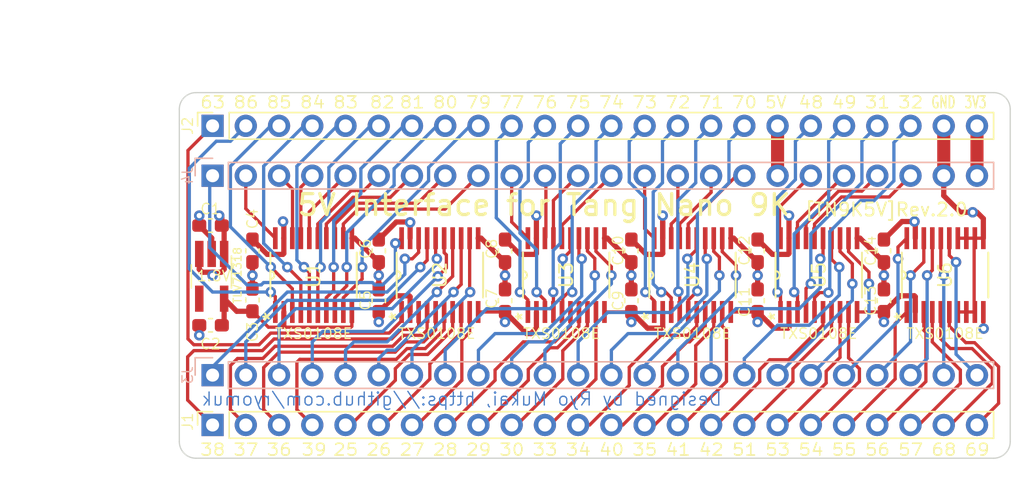
<source format=kicad_pcb>
(kicad_pcb (version 20221018) (generator pcbnew)
  (layers (0 "F.Cu" signal) (1 "In1.Cu" power) (2 "In2.Cu" power) (31 "B.Cu" signal) (34 "B.Paste" user) (35 "F.Paste" user) (36 "B.SilkS" user "B.Silkscreen") (37 "F.SilkS" user "F.Silkscreen") (38 "B.Mask" user) (39 "F.Mask" user) (44 "Edge.Cuts" user))
  (net 0 "")
  (net 1 "+3.3V")
  (net 2 "GND")
  (net 3 "+5V")
  (net 4 "+1V8")
  (net 5 "PIN38")
  (net 6 "PIN37")
  (net 7 "PIN36")
  (net 8 "PIN39")
  (net 9 "PIN25")
  (net 10 "PIN26")
  (net 11 "PIN27")
  (net 12 "PIN28")
  (net 13 "PIN29")
  (net 14 "PIN30")
  (net 15 "PIN33")
  (net 16 "PIN34")
  (net 17 "PIN40")
  (net 18 "PIN35")
  (net 19 "PIN41")
  (net 20 "PIN42")
  (net 21 "PIN51")
  (net 22 "PIN53")
  (net 23 "PIN54")
  (net 24 "PIN55")
  (net 25 "PIN56")
  (net 26 "PIN57")
  (net 27 "PIN68")
  (net 28 "PIN69")
  (net 29 "PIN63")
  (net 30 "PIN86")
  (net 31 "PIN85")
  (net 32 "PIN84")
  (net 33 "PIN83")
  (net 34 "PIN82")
  (net 35 "PIN81")
  (net 36 "PIN80")
  (net 37 "PIN79")
  (net 38 "PIN77")
  (net 39 "PIN76")
  (net 40 "PIN75")
  (net 41 "PIN74")
  (net 42 "PIN73")
  (net 43 "PIN72")
  (net 44 "PIN71")
  (net 45 "PIN70")
  (net 46 "PIN48")
  (net 47 "PIN49")
  (net 48 "PIN31")
  (net 49 "PIN32")
  (net 50 "PIN38_H")
  (net 51 "PIN37_H")
  (net 52 "PIN36_H")
  (net 53 "PIN39_H")
  (net 54 "PIN25_H")
  (net 55 "PIN26_H")
  (net 56 "PIN27_H")
  (net 57 "PIN28_H")
  (net 58 "PIN29_H")
  (net 59 "PIN30_H")
  (net 60 "PIN33_H")
  (net 61 "PIN34_H")
  (net 62 "PIN40_H")
  (net 63 "PIN35_H")
  (net 64 "PIN41_H")
  (net 65 "PIN42_H")
  (net 66 "PIN51_H")
  (net 67 "PIN53_H")
  (net 68 "PIN54_H")
  (net 69 "PIN55_H")
  (net 70 "PIN56_H")
  (net 71 "PIN57_H")
  (net 72 "PIN68_H")
  (net 73 "PIN69_H")
  (net 74 "PIN63_H")
  (net 75 "PIN86_H")
  (net 76 "PIN85_H")
  (net 77 "PIN84_H")
  (net 78 "PIN83_H")
  (net 79 "PIN82_H")
  (net 80 "PIN81_H")
  (net 81 "PIN80_H")
  (net 82 "PIN79_H")
  (net 83 "PIN77_H")
  (net 84 "PIN76_H")
  (net 85 "PIN75_H")
  (net 86 "PIN74_H")
  (net 87 "PIN73_H")
  (net 88 "PIN72_H")
  (net 89 "PIN71_H")
  (net 90 "PIN70_H")
  (net 91 "PIN48_H")
  (net 92 "PIN49_H")
  (net 93 "PIN31_H")
  (net 94 "PIN32_H")
  (footprint "000_MyFootprint:C_0603_1608Metric_Pad1.08x0.95mm_HandSolder" (layer "F.Cu") (at 5.588 15.8485 90)
    (fp_text reference "C3")
    (fp_text value "0.1uF")
  )
  (footprint "000_MyFootprint:PW20" (layer "F.Cu") (at 58.521001 13.9446 90)
    (fp_text reference "U6")
    (fp_text value "TXS0108E")
  )
  (footprint "000_MyFootprint:PinSocket_1x24_P2.54mm_Vertical" (layer "F.Cu") (at 2.54 2.54 90)
    (fp_text reference "J2")
    (fp_text value "Conn_01x24")
  )
  (footprint "000_MyFootprint:C_0603_1608Metric_Pad1.08x0.95mm_HandSolder" (layer "F.Cu") (at 53.848 12.0915 -90)
    (fp_text reference "C14")
    (fp_text value "0.1uF")
  )
  (footprint "000_MyFootprint:C_0603_1608Metric_Pad1.08x0.95mm_HandSolder" (layer "F.Cu") (at 34.544 15.9015 90)
    (fp_text reference "C9")
    (fp_text value "0.1uF")
  )
  (footprint "000_MyFootprint:C_0603_1608Metric_Pad1.08x0.95mm_HandSolder" (layer "F.Cu") (at 44.196 15.9015 90)
    (fp_text reference "C11")
    (fp_text value "0.1uF")
  )
  (footprint "000_MyFootprint:C_0603_1608Metric_Pad1.08x0.95mm_HandSolder" (layer "F.Cu") (at 24.892 15.9015 90)
    (fp_text reference "C7")
    (fp_text value "0.1uF")
  )
  (footprint "000_MyFootprint:C_0603_1608Metric_Pad1.08x0.95mm_HandSolder" (layer "F.Cu") (at 15.24 15.9015 90)
    (fp_text reference "C5")
    (fp_text value "0.1uF")
  )
  (footprint "000_MyFootprint:C_0603_1608Metric_Pad1.08x0.95mm_HandSolder" (layer "F.Cu") (at 44.196 12.0915 -90)
    (fp_text reference "C12")
    (fp_text value "0.1uF")
  )
  (footprint "000_MyFootprint:C_0603_1608Metric_Pad1.08x0.95mm_HandSolder" (layer "F.Cu") (at 2.3865 10.16 180)
    (fp_text reference "C1")
    (fp_text value "0.1uF(optional)")
  )
  (footprint "000_MyFootprint:C_0603_1608Metric_Pad1.08x0.95mm_HandSolder" (layer "F.Cu") (at 24.892 12.0915 -90)
    (fp_text reference "C8")
    (fp_text value "0.1uF")
  )
  (footprint "000_MyFootprint:C_0603_1608Metric_Pad1.08x0.95mm_HandSolder" (layer "F.Cu") (at 34.544 12.0915 -90)
    (fp_text reference "C10")
    (fp_text value "0.1uF")
  )
  (footprint "000_MyFootprint:C_0603_1608Metric_Pad1.08x0.95mm_HandSolder" (layer "F.Cu") (at 2.3865 17.78 180)
    (fp_text reference "C2")
    (fp_text value "0.1uF(optional)")
  )
  (footprint "000_MyFootprint:C_0603_1608Metric_Pad1.08x0.95mm_HandSolder" (layer "F.Cu") (at 15.24 12.0915 -90)
    (fp_text reference "C6")
    (fp_text value "0.1uF")
  )
  (footprint "000_MyFootprint:PW20" (layer "F.Cu") (at 10.261001 13.9446 90)
    (fp_text reference "U1")
    (fp_text value "TXS0108E")
  )
  (footprint "000_MyFootprint:PW20" (layer "F.Cu") (at 39.217001 13.9446 90)
    (fp_text reference "U4")
    (fp_text value "TXS0108E")
  )
  (footprint "000_MyFootprint:PW20" (layer "F.Cu") (at 48.869001 13.9446 90)
    (fp_text reference "U5")
    (fp_text value "TXS0108E")
  )
  (footprint "000_MyFootprint:C_0603_1608Metric_Pad1.08x0.95mm_HandSolder" (layer "F.Cu") (at 5.588 12.0915 -90)
    (fp_text reference "C4")
    (fp_text value "0.1uF")
  )
  (footprint "000_MyFootprint:TSOT-23-5_HandSoldering" (layer "F.Cu") (at 2.474 14.038 -90)
    (fp_text reference "PS1" hide)
    (fp_text value "TLV71318")
  )
  (footprint "000_MyFootprint:PW20" (layer "F.Cu") (at 19.913001 13.9446 90)
    (fp_text reference "U2")
    (fp_text value "TXS0108E")
  )
  (footprint "000_MyFootprint:PW20" (layer "F.Cu") (at 29.565001 13.9446 90)
    (fp_text reference "U3")
    (fp_text value "TXS0108E")
  )
  (footprint "000_MyFootprint:C_0603_1608Metric_Pad1.08x0.95mm_HandSolder" (layer "F.Cu") (at 53.848 15.9015 90)
    (fp_text reference "C13")
    (fp_text value "0.1uF")
  )
  (footprint "000_MyFootprint:PinSocket_1x24_P2.54mm_Vertical" (layer "F.Cu") (at 2.54 25.4 90)
    (fp_text reference "J1")
    (fp_text value "Conn_01x24")
  )
  (footprint "000_MyFootprint:PinHeader_1x24_P2.54mm_Vertical" (layer "B.Cu") (at 2.54 6.35 -90)
    (fp_text reference "J4")
    (fp_text value "Conn_01x24")
  )
  (footprint "000_MyFootprint:PinHeader_1x24_P2.54mm_Vertical" (layer "B.Cu") (at 2.54 21.59 -90)
    (fp_text reference "J3")
    (fp_text value "Conn_01x24")
  )
  (gr_arc locked (start 62.23 0) (mid 63.128026 0.371974) (end 63.5 1.27) (stroke (width 0.1)) (layer "Edge.Cuts"))
  (gr_line (start 63.5 26.67) (end 63.5 1.27) (stroke (width 0.1)) (layer "Edge.Cuts"))
  (gr_line (start 62.23 0) (end 1.27 0) (stroke (width 0.1)) (layer "Edge.Cuts"))
  (gr_arc locked (start 1.27 27.94) (mid 0.371974 27.568026) (end 0 26.67) (stroke (width 0.1)) (layer "Edge.Cuts"))
  (gr_arc locked (start 63.5 26.67) (mid 63.128026 27.568026) (end 62.23 27.94) (stroke (width 0.1)) (layer "Edge.Cuts"))
  (gr_line (start 1.27 27.94) (end 62.23 27.94) (stroke (width 0.1)) (layer "Edge.Cuts"))
  (gr_arc locked (start 0 1.27) (mid 0.371974 0.371974) (end 1.27 0) (stroke (width 0.1)) (layer "Edge.Cuts"))
  (gr_line (start 0 1.27) (end 0 26.67) (stroke (width 0.1)) (layer "Edge.Cuts"))
  (gr_text "Designed by Ryo Mukai, https://github.com/ryomuk" (at 41.529 24.003) (layer "B.Cu") (effects (font (size 1 1) (thickness 0.1)) (justify left bottom mirror)))
  (gr_text "71" (at 39.624 1.27) (layer "F.SilkS") (effects (font (size 0.9 1) (thickness 0.12)) (justify left bottom)))
  (gr_text "26" (at 14.224 27.813) (layer "F.SilkS") (effects (font (size 0.9 1) (thickness 0.12)) (justify left bottom)))
  (gr_text "27" (at 16.764 27.813) (layer "F.SilkS") (effects (font (size 0.9 1) (thickness 0.12)) (justify left bottom)))
  (gr_text "34" (at 29.464 27.813) (layer "F.SilkS") (effects (font (size 0.9 1) (thickness 0.12)) (justify left bottom)))
  (gr_text "42" (at 39.624 27.813) (layer "F.SilkS") (effects (font (size 0.9 1) (thickness 0.12)) (justify left bottom)))
  (gr_text "75" (at 29.464 1.27) (layer "F.SilkS") (effects (font (size 0.9 1) (thickness 0.12)) (justify left bottom)))
  (gr_text "1.8V" (at 1.27 14.478) (layer "F.SilkS") (effects (font (size 0.8 0.8) (thickness 0.1)) (justify left bottom)))
  (gr_text "73" (at 34.544 1.27) (layer "F.SilkS") (effects (font (size 0.9 1) (thickness 0.12)) (justify left bottom)))
  (gr_text "74" (at 32.004 1.27) (layer "F.SilkS") (effects (font (size 0.9 1) (thickness 0.12)) (justify left bottom)))
  (gr_text "83" (at 11.684 1.27) (layer "F.SilkS") (effects (font (size 0.9 1) (thickness 0.12)) (justify left bottom)))
  (gr_text "3V3" (at 59.944 1.27) (layer "F.SilkS") (effects (font (size 0.9 0.6) (thickness 0.12)) (justify left bottom)))
  (gr_text "68" (at 57.404 27.813) (layer "F.SilkS") (effects (font (size 0.9 1) (thickness 0.12)) (justify left bottom)))
  (gr_text "56" (at 52.324 27.813) (layer "F.SilkS") (effects (font (size 0.9 1) (thickness 0.12)) (justify left bottom)))
  (gr_text "35" (at 34.544 27.813) (layer "F.SilkS") (effects (font (size 0.9 1) (thickness 0.12)) (justify left bottom)))
  (gr_text "84" (at 9.144 1.27) (layer "F.SilkS") (effects (font (size 0.9 1) (thickness 0.12)) (justify left bottom)))
  (gr_text "37" (at 4.064 27.813) (layer "F.SilkS") (effects (font (size 0.9 1) (thickness 0.12)) (justify left bottom)))
  (gr_text "53" (at 44.704 27.813) (layer "F.SilkS") (effects (font (size 0.9 1) (thickness 0.12)) (justify left bottom)))
  (gr_text "77" (at 24.384 1.27) (layer "F.SilkS") (effects (font (size 0.9 1) (thickness 0.12)) (justify left bottom)))
  (gr_text "29" (at 21.844 27.813) (layer "F.SilkS") (effects (font (size 0.9 1) (thickness 0.12)) (justify left bottom)))
  (gr_text "30" (at 24.384 27.813) (layer "F.SilkS") (effects (font (size 0.9 1) (thickness 0.12)) (justify left bottom)))
  (gr_text "[TN9K5V]Rev.2.0" (at 47.752 9.525) (layer "F.SilkS") (effects (font (size 1 1)) (justify left bottom)))
  (gr_text "70" (at 42.164 1.27) (layer "F.SilkS") (effects (font (size 0.9 1) (thickness 0.12)) (justify left bottom)))
  (gr_text "82" (at 14.478 1.27) (layer "F.SilkS") (effects (font (size 0.9 1) (thickness 0.12)) (justify left bottom)))
  (gr_text "GND" (at 57.404 1.27) (layer "F.SilkS") (effects (font (size 0.9 0.6) (thickness 0.12)) (justify left bottom)))
  (gr_text "36" (at 6.604 27.813) (layer "F.SilkS") (effects (font (size 0.9 1) (thickness 0.12)) (justify left bottom)))
  (gr_text "80" (at 19.304 1.27) (layer "F.SilkS") (effects (font (size 0.9 1) (thickness 0.12)) (justify left bottom)))
  (gr_text "38" (at 1.524 27.813) (layer "F.SilkS") (effects (font (size 0.9 1) (thickness 0.12)) (justify left bottom)))
  (gr_text "32" (at 54.864 1.27) (layer "F.SilkS") (effects (font (size 0.9 1) (thickness 0.12)) (justify left bottom)))
  (gr_text "51" (at 42.164 27.813) (layer "F.SilkS") (effects (font (size 0.9 1) (thickness 0.12)) (justify left bottom)))
  (gr_text "5V" (at 44.704 1.27) (layer "F.SilkS") (effects (font (size 0.9 0.9) (thickness 0.12)) (justify left bottom)))
  (gr_text "63" (at 1.524 1.27) (layer "F.SilkS") (effects (font (size 0.9 1) (thickness 0.12)) (justify left bottom)))
  (gr_text "5V Interface for Tang Nano 9K" (at 8.89 9.525) (layer "F.SilkS") (effects (font (size 1.6 1.6) (thickness 0.25)) (justify left bottom)))
  (gr_text "79" (at 21.844 1.27) (layer "F.SilkS") (effects (font (size 0.9 1) (thickness 0.12)) (justify left bottom)))
  (gr_text "48" (at 47.244 1.27) (layer "F.SilkS") (effects (font (size 0.9 1) (thickness 0.12)) (justify left bottom)))
  (gr_text "85" (at 6.604 1.27) (layer "F.SilkS") (effects (font (size 0.9 1) (thickness 0.12)) (justify left bottom)))
  (gr_text "55" (at 49.784 27.813) (layer "F.SilkS") (effects (font (size 0.9 1) (thickness 0.12)) (justify left bottom)))
  (gr_text "39" (at 9.271 27.813) (layer "F.SilkS") (effects (font (size 0.9 1) (thickness 0.12)) (justify left bottom)))
  (gr_text "40" (at 32.004 27.813) (layer "F.SilkS") (effects (font (size 0.9 1) (thickness 0.12)) (justify left bottom)))
  (gr_text "28" (at 19.304 27.813) (layer "F.SilkS") (effects (font (size 0.9 1) (thickness 0.12)) (justify left bottom)))
  (gr_text "76" (at 26.924 1.27) (layer "F.SilkS") (effects (font (size 0.9 1) (thickness 0.12)) (justify left bottom)))
  (gr_text "25" (at 11.684 27.813) (layer "F.SilkS") (effects (font (size 0.9 1) (thickness 0.12)) (justify left bottom)))
  (gr_text "49" (at 49.784 1.27) (layer "F.SilkS") (effects (font (size 0.9 1) (thickness 0.12)) (justify left bottom)))
  (gr_text "41" (at 37.084 27.813) (layer "F.SilkS") (effects (font (size 0.9 1) (thickness 0.12)) (justify left bottom)))
  (gr_text "57" (at 54.864 27.813) (layer "F.SilkS") (effects (font (size 0.9 1) (thickness 0.12)) (justify left bottom)))
  (gr_text "72" (at 37.084 1.27) (layer "F.SilkS") (effects (font (size 0.9 1) (thickness 0.12)) (justify left bottom)))
  (gr_text "33" (at 26.924 27.813) (layer "F.SilkS") (effects (font (size 0.9 1) (thickness 0.12)) (justify left bottom)))
  (gr_text "54" (at 47.244 27.813) (layer "F.SilkS") (effects (font (size 0.9 1) (thickness 0.12)) (justify left bottom)))
  (gr_text "31" (at 52.324 1.27) (layer "F.SilkS") (effects (font (size 0.9 1) (thickness 0.12)) (justify left bottom)))
  (gr_text "86" (at 4.064 1.27) (layer "F.SilkS") (effects (font (size 0.9 1) (thickness 0.12)) (justify left bottom)))
  (gr_text "81" (at 16.764 1.27) (layer "F.SilkS") (effects (font (size 0.9 1) (thickness 0.12)) (justify left bottom)))
  (gr_text "69" (at 59.944 27.813) (layer "F.SilkS") (effects (font (size 0.9 1) (thickness 0.12)) (justify left bottom)))
  (segment (start 1.524 12.328) (end 1.524 13.503) (width 0.4) (layer "F.Cu") (net 1))
  (segment (start 51.793999 16.764) (end 53.848 16.764) (width 0.25) (layer "F.Cu") (net 1))
  (segment (start 1.749 13.728) (end 2.54 13.728) (width 0.4) (layer "F.Cu") (net 1))
  (segment (start 46.521801 18.0022) (end 45.4342 18.0022) (width 0.4) (layer "F.Cu") (net 1))
  (segment (start 56.246002 15.598001) (end 56.173801 15.5258) (width 0.4) (layer "F.Cu") (net 1))
  (segment (start 61.445999 16.764) (end 61.445999 18.011999) (width 0.25) (layer "F.Cu") (net 1))
  (segment (start 1.524 13.503) (end 1.749 13.728) (width 0.4) (layer "F.Cu") (net 1))
  (segment (start 55.0862 15.5258) (end 53.848 16.764) (width 0.4) (layer "F.Cu") (net 1))
  (segment (start 3.424 13.503) (end 3.424 12.328) (width 0.4) (layer "F.Cu") (net 1))
  (segment (start 34.544 16.764) (end 34.544 17.526) (width 0.4) (layer "F.Cu") (net 1))
  (segment (start 45.4342 18.0022) (end 44.196 16.764) (width 0.4) (layer "F.Cu") (net 1))
  (segment (start 2.54 13.728) (end 3.199 13.728) (width 0.4) (layer "F.Cu") (net 1))
  (segment (start 56.246002 16.764) (end 56.246002 15.598001) (width 0.4) (layer "F.Cu") (net 1))
  (segment (start 35.7822 18.0022) (end 34.544 16.764) (width 0.4) (layer "F.Cu") (net 1))
  (segment (start 46.594002 16.764) (end 46.594002 17.929999) (width 0.4) (layer "F.Cu") (net 1))
  (segment (start 44.196 16.764) (end 44.196 17.526) (width 0.4) (layer "F.Cu") (net 1))
  (segment (start 2.54 13.728) (end 2.54 13.97) (width 0.4) (layer "F.Cu") (net 1))
  (segment (start 26.543 18.415) (end 24.892 16.764) (width 0.4) (layer "F.Cu") (net 1))
  (segment (start 61.445999 18.011999) (end 61.468 18.034) (width 0.25) (layer "F.Cu") (net 1))
  (segment (start 17.565801 15.5258) (end 16.4782 15.5258) (width 0.4) (layer "F.Cu") (net 1))
  (segment (start 3.424 10.335) (end 3.249 10.16) (width 0.4) (layer "F.Cu") (net 1))
  (segment (start 60.96 2.54) (end 60.96 6.35) (width 1) (layer "F.Cu") (net 1))
  (segment (start 36.942002 17.929999) (end 36.869801 18.0022) (width 0.4) (layer "F.Cu") (net 1))
  (segment (start 3.249 9.599) (end 3.048 9.398) (width 0.4) (layer "F.Cu") (net 1))
  (segment (start 27.290002 16.764) (end 27.290002 18.0022) (width 0.4) (layer "F.Cu") (net 1))
  (segment (start 27.290002 18.0022) (end 26.877202 18.415) (width 0.4) (layer "F.Cu") (net 1))
  (segment (start 53.848 16.764) (end 53.848 17.526) (width 0.4) (layer "F.Cu") (net 1))
  (segment (start 3.424 12.328) (end 3.424 10.335) (width 0.4) (layer "F.Cu") (net 1))
  (segment (start 3.199 13.728) (end 3.424 13.503) (width 0.4) (layer "F.Cu") (net 1))
  (segment (start 17.638002 16.764) (end 17.638002 15.598001) (width 0.4) (layer "F.Cu") (net 1))
  (segment (start 26.877202 18.415) (end 26.543 18.415) (width 0.4) (layer "F.Cu") (net 1))
  (segment (start 24.892 16.764) (end 24.892 17.526) (width 0.4) (layer "F.Cu") (net 1))
  (segment (start 36.869801 18.0022) (end 35.7822 18.0022) (width 0.4) (layer "F.Cu") (net 1))
  (segment (start 46.594002 17.929999) (end 46.521801 18.0022) (width 0.4) (layer "F.Cu") (net 1))
  (segment (start 36.942002 16.764) (end 36.942002 17.929999) (width 0.4) (layer "F.Cu") (net 1))
  (segment (start 42.141999 16.764) (end 44.196 16.764) (width 0.25) (layer "F.Cu") (net 1))
  (segment (start 22.837999 16.764) (end 24.892 16.764) (width 0.25) (layer "F.Cu") (net 1))
  (segment (start 56.173801 15.5258) (end 55.0862 15.5258) (width 0.4) (layer "F.Cu") (net 1))
  (segment (start 32.489999 16.764) (end 34.544 16.764) (width 0.25) (layer "F.Cu") (net 1))
  (segment (start 15.24 16.764) (end 15.24 17.526) (width 0.4) (layer "F.Cu") (net 1))
  (segment (start 3.249 10.16) (end 3.249 9.599) (width 0.4) (layer "F.Cu") (net 1))
  (segment (start 16.4782 15.5258) (end 15.24 16.764) (width 0.4) (layer "F.Cu") (net 1))
  (segment (start 17.638002 15.598001) (end 17.565801 15.5258) (width 0.4) (layer "F.Cu") (net 1))
  (via (at 24.892 17.526) (size 0.8) (drill 0.4) (layers "F.Cu" "B.Cu") (net 1))
  (via (at 34.544 17.526) (size 0.8) (drill 0.4) (layers "F.Cu" "B.Cu") (net 1))
  (via (at 44.196 17.526) (size 0.8) (drill 0.4) (layers "F.Cu" "B.Cu") (net 1))
  (via (at 15.24 17.526) (size 0.8) (drill 0.4) (layers "F.Cu" "B.Cu") (net 1))
  (via (at 2.54 13.97) (size 0.8) (drill 0.4) (layers "F.Cu" "B.Cu") (net 1))
  (via (at 61.468 18.034) (size 0.8) (drill 0.4) (layers "F.Cu" "B.Cu") (net 1))
  (via (at 53.848 17.526) (size 0.8) (drill 0.4) (layers "F.Cu" "B.Cu") (net 1))
  (via (at 3.048 9.398) (size 0.8) (drill 0.4) (layers "F.Cu" "B.Cu") (net 1))
  (segment (start 22.838001 11.1252) (end 23.0632 11.1252) (width 0.4) (layer "F.Cu") (net 2))
  (segment (start 1.524 17.78) (end 1.524 18.542) (width 0.4) (layer "F.Cu") (net 2))
  (segment (start 42.142001 11.1252) (end 42.3672 11.1252) (width 0.4) (layer "F.Cu") (net 2))
  (segment (start 58.42 2.54) (end 58.42 6.35) (width 1) (layer "F.Cu") (net 2))
  (segment (start 51.794001 11.1252) (end 52.0192 11.1252) (width 0.4) (layer "F.Cu") (net 2))
  (segment (start 53.848 15.039) (end 53.848 12.954) (width 0.4) (layer "F.Cu") (net 2))
  (segment (start 60.6305 9.144) (end 59.69 9.144) (width 0.4) (layer "F.Cu") (net 2))
  (segment (start 60.796 16.764) (end 59.496 16.764) (width 0.25) (layer "F.Cu") (net 2))
  (segment (start 34.544 15.039) (end 34.544 12.954) (width 0.4) (layer "F.Cu") (net 2))
  (segment (start 61.446001 11.1252) (end 61.446001 9.630001) (width 0.4) (layer "F.Cu") (net 2))
  (segment (start 13.4112 11.1252) (end 15.24 12.954) (width 0.4) (layer "F.Cu") (net 2))
  (segment (start 60.96 9.144) (end 60.6305 9.144) (width 0.4) (layer "F.Cu") (net 2))
  (segment (start 2.474 11.11) (end 2.474 12.328) (width 0.4) (layer "F.Cu") (net 2))
  (segment (start 32.7152 11.1252) (end 34.544 12.954) (width 0.4) (layer "F.Cu") (net 2))
  (segment (start 60.796 16.764) (end 60.743 16.711) (width 0.25) (layer "F.Cu") (net 2))
  (segment (start 61.446001 11.1252) (end 59.496003 11.1252) (width 0.25) (layer "F.Cu") (net 2))
  (segment (start 1.524 10.16) (end 2.474 11.11) (width 0.4) (layer "F.Cu") (net 2))
  (segment (start 24.892 15.039) (end 24.892 12.954) (width 0.4) (layer "F.Cu") (net 2))
  (segment (start 1.524 10.16) (end 1.524 9.398) (width 0.4) (layer "F.Cu") (net 2))
  (segment (start 58.42 7.874) (end 58.42 6.35) (width 0.4) (layer "F.Cu") (net 2))
  (segment (start 60.96 9.144) (end 61.446001 9.630001) (width 0.4) (layer "F.Cu") (net 2))
  (segment (start 5.588 14.986) (end 5.588 12.954) (width 0.4) (layer "F.Cu") (net 2))
  (segment (start 44.196 15.039) (end 44.196 12.954) (width 0.4) (layer "F.Cu") (net 2))
  (segment (start 52.0192 11.1252) (end 53.848 12.954) (width 0.4) (layer "F.Cu") (net 2))
  (segment (start 60.743 11.178203) (end 60.796003 11.1252) (width 0.25) (layer "F.Cu") (net 2))
  (segment (start 13.186001 11.1252) (end 13.4112 11.1252) (width 0.4) (layer "F.Cu") (net 2))
  (segment (start 42.3672 11.1252) (end 44.196 12.954) (width 0.4) (layer "F.Cu") (net 2))
  (segment (start 32.490001 11.1252) (end 32.7152 11.1252) (width 0.4) (layer "F.Cu") (net 2))
  (segment (start 5.588 14.986) (end 5.588 13.97) (width 0.4) (layer "F.Cu") (net 2))
  (segment (start 60.743 16.711) (end 60.743 11.178203) (width 0.25) (layer "F.Cu") (net 2))
  (segment (start 23.0632 11.1252) (end 24.892 12.954) (width 0.4) (layer "F.Cu") (net 2))
  (segment (start 15.24 15.039) (end 15.24 12.954) (width 0.4) (layer "F.Cu") (net 2))
  (segment (start 59.69 9.144) (end 58.42 7.874) (width 0.4) (layer "F.Cu") (net 2))
  (via (at 60.6305 9.144) (size 0.8) (drill 0.4) (layers "F.Cu" "B.Cu") (net 2))
  (via (at 5.588 13.97) (size 0.8) (drill 0.4) (layers "F.Cu" "B.Cu") (net 2))
  (via (at 1.524 18.542) (size 0.8) (drill 0.4) (layers "F.Cu" "B.Cu") (net 2))
  (via (at 44.196 13.97) (size 0.8) (drill 0.4) (layers "F.Cu" "B.Cu") (net 2))
  (via (at 34.544 13.97) (size 0.8) (drill 0.4) (layers "F.Cu" "B.Cu") (net 2))
  (via (at 1.524 9.398) (size 0.8) (drill 0.4) (layers "F.Cu" "B.Cu") (net 2))
  (via (at 24.892 13.97) (size 0.8) (drill 0.4) (layers "F.Cu" "B.Cu") (net 2))
  (via (at 53.848 13.97) (size 0.8) (drill 0.4) (layers "F.Cu" "B.Cu") (net 2))
  (via (at 15.24 13.97) (size 0.8) (drill 0.4) (layers "F.Cu" "B.Cu") (net 2))
  (segment (start 36.942002 11.1252) (end 36.942002 9.917638) (width 0.4) (layer "F.Cu") (net 3))
  (segment (start 46.594002 9.398) (end 46.594002 11.1252) (width 0.4) (layer "F.Cu") (net 3))
  (segment (start 45.72 2.54) (end 45.72 6.35) (width 1) (layer "F.Cu") (net 3))
  (segment (start 7.986002 11.1252) (end 7.986002 12.291201) (width 0.4) (layer "F.Cu") (net 3))
  (segment (start 55.225638 9.851362) (end 53.848 11.229) (width 0.4) (layer "F.Cu") (net 3))
  (segment (start 17.638002 11.1252) (end 17.638002 9.917639) (width 0.4) (layer "F.Cu") (net 3))
  (segment (start 17.638002 9.917639) (end 17.638003 9.917638) (width 0.4) (layer "F.Cu") (net 3))
  (segment (start 26.0264 12.3634) (end 24.892 11.229) (width 0.4) (layer "F.Cu") (net 3))
  (segment (start 56.246002 9.911709) (end 56.185655 9.851362) (width 0.4) (layer "F.Cu") (net 3))
  (segment (start 6.7224 12.3634) (end 5.588 11.229) (width 0.4) (layer "F.Cu") (net 3))
  (segment (start 27.217803 12.3634) (end 26.0264 12.3634) (width 0.4) (layer "F.Cu") (net 3))
  (segment (start 46.594002 11.1252) (end 46.594002 12.291201) (width 0.4) (layer "F.Cu") (net 3))
  (segment (start 7.913803 12.3634) (end 6.7224 12.3634) (width 0.4) (layer "F.Cu") (net 3))
  (segment (start 7.986002 9.911709) (end 7.925655 9.851362) (width 0.4) (layer "F.Cu") (net 3))
  (segment (start 56.246002 11.1252) (end 56.246002 9.911709) (width 0.4) (layer "F.Cu") (net 3))
  (segment (start 56.185655 9.851362) (end 55.225638 9.851362) (width 0.4) (layer "F.Cu") (net 3))
  (segment (start 7.986002 12.291201) (end 7.913803 12.3634) (width 0.4) (layer "F.Cu") (net 3))
  (segment (start 36.942002 9.398) (end 36.942002 11.1252) (width 0.4) (layer "F.Cu") (net 3))
  (segment (start 27.290002 12.291201) (end 27.217803 12.3634) (width 0.4) (layer "F.Cu") (net 3))
  (segment (start 16.582 9.887) (end 15.24 11.229) (width 0.4) (layer "F.Cu") (net 3))
  (segment (start 45.3304 12.3634) (end 44.196 11.229) (width 0.4) (layer "F.Cu") (net 3))
  (segment (start 17.638003 9.917638) (end 17.607365 9.887) (width 0.4) (layer "F.Cu") (net 3))
  (segment (start 27.290002 11.1252) (end 27.290002 12.291201) (width 0.4) (layer "F.Cu") (net 3))
  (segment (start 7.986002 11.1252) (end 7.986002 9.911709) (width 0.4) (layer "F.Cu") (net 3))
  (segment (start 36.942002 9.917638) (end 36.942003 9.917637) (width 0.4) (layer "F.Cu") (net 3))
  (segment (start 36.942002 12.291201) (end 36.869803 12.3634) (width 0.4) (layer "F.Cu") (net 3))
  (segment (start 35.6784 12.3634) (end 34.544 11.229) (width 0.4) (layer "F.Cu") (net 3))
  (segment (start 36.869803 12.3634) (end 35.6784 12.3634) (width 0.4) (layer "F.Cu") (net 3))
  (segment (start 17.607365 9.887) (end 16.582 9.887) (width 0.4) (layer "F.Cu") (net 3))
  (segment (start 27.290002 9.398) (end 27.290002 11.1252) (width 0.4) (layer "F.Cu") (net 3))
  (segment (start 36.942002 11.1252) (end 36.942002 12.291201) (width 0.4) (layer "F.Cu") (net 3))
  (segment (start 46.521803 12.3634) (end 45.3304 12.3634) (width 0.4) (layer "F.Cu") (net 3))
  (segment (start 46.594002 12.291201) (end 46.521803 12.3634) (width 0.4) (layer "F.Cu") (net 3))
  (via (at 36.942002 9.398) (size 0.8) (drill 0.4) (layers "F.Cu" "B.Cu") (net 3))
  (via (at 46.594002 9.398) (size 0.8) (drill 0.4) (layers "F.Cu" "B.Cu") (net 3))
  (via (at 17.638003 9.917638) (size 0.8) (drill 0.4) (layers "F.Cu" "B.Cu") (net 3))
  (via (at 7.925655 9.851362) (size 0.8) (drill 0.4) (layers "F.Cu" "B.Cu") (net 3))
  (via (at 27.290002 9.398) (size 0.8) (drill 0.4) (layers "F.Cu" "B.Cu") (net 3))
  (via (at 56.185655 9.851362) (size 0.8) (drill 0.4) (layers "F.Cu" "B.Cu") (net 3))
  (segment (start 5.588 16.711) (end 4.387 16.711) (width 0.4) (layer "F.Cu") (net 4))
  (segment (start 3.249 17.78) (end 3.302 17.78) (width 0.25) (layer "F.Cu") (net 4))
  (segment (start 13.185999 16.764) (end 13.185999 17.8522) (width 0.25) (layer "F.Cu") (net 4))
  (segment (start 4.387 16.711) (end 3.424 15.748) (width 0.4) (layer "F.Cu") (net 4))
  (segment (start 3.424 15.748) (end 3.424 17.605) (width 0.4) (layer "F.Cu") (net 4))
  (segment (start 3.424 17.605) (end 3.249 17.78) (width 0.4) (layer "F.Cu") (net 4))
  (segment (start 13.185999 17.8522) (end 13.110999 17.9272) (width 0.25) (layer "F.Cu") (net 4))
  (segment (start 7.986002 17.852198) (end 7.986002 16.764) (width 0.4) (layer "F.Cu") (net 4))
  (segment (start 7.986002 17.780002) (end 7.986002 16.764) (width 0.25) (layer "F.Cu") (net 4))
  (segment (start 5.588 16.711) (end 6.8042 17.9272) (width 0.25) (layer "F.Cu") (net 4))
  (segment (start 8.1332 17.9272) (end 7.986002 17.780002) (width 0.25) (layer "F.Cu") (net 4))
  (segment (start 13.110999 17.9272) (end 8.1332 17.9272) (width 0.25) (layer "F.Cu") (net 4))
  (segment (start 7.911002 17.9272) (end 7.986002 17.8522) (width 0.25) (layer "F.Cu") (net 4))
  (segment (start 7.986002 17.8522) (end 7.986002 16.764) (width 0.25) (layer "F.Cu") (net 4))
  (segment (start 6.8042 17.9272) (end 7.911002 17.9272) (width 0.25) (layer "F.Cu") (net 4))
  (segment (start 1.111 19.717) (end 0.635 20.193) (width 0.25) (layer "F.Cu") (net 5))
  (segment (start 16.952899 18.095898) (end 18.044302 18.095898) (width 0.25) (layer "F.Cu") (net 5))
  (segment (start 18.288 16.764) (end 18.288 17.8522) (width 0.25) (layer "F.Cu") (net 5))
  (segment (start 0.635 23.495) (end 2.54 25.4) (width 0.25) (layer "F.Cu") (net 5))
  (segment (start 0.635 20.193) (end 0.635 23.495) (width 0.25) (layer "F.Cu") (net 5))
  (segment (start 16.221597 18.8272) (end 16.952899 18.095898) (width 0.25) (layer "F.Cu") (net 5))
  (segment (start 18.044302 18.095898) (end 18.288 17.8522) (width 0.25) (layer "F.Cu") (net 5))
  (segment (start 6.3492 19.717) (end 1.111 19.717) (width 0.25) (layer "F.Cu") (net 5))
  (segment (start 7.239 18.8272) (end 16.221597 18.8272) (width 0.25) (layer "F.Cu") (net 5))
  (segment (start 7.239 18.8272) (end 6.3492 19.717) (width 0.25) (layer "F.Cu") (net 5))
  (segment (start 3.905 20.86) (end 3.905 24.225) (width 0.25) (layer "F.Cu") (net 6))
  (segment (start 16.3071 19.383798) (end 17.145 18.545898) (width 0.25) (layer "F.Cu") (net 6))
  (segment (start 18.938002 18.145998) (end 18.938002 16.764) (width 0.25) (layer "F.Cu") (net 6))
  (segment (start 18.538102 18.545898) (end 18.938002 18.145998) (width 0.25) (layer "F.Cu") (net 6))
  (segment (start 7.318798 19.383798) (end 16.3071 19.383798) (width 0.25) (layer "F.Cu") (net 6))
  (segment (start 4.445 20.32) (end 3.905 20.86) (width 0.25) (layer "F.Cu") (net 6))
  (segment (start 6.382596 20.32) (end 4.445 20.32) (width 0.25) (layer "F.Cu") (net 6))
  (segment (start 17.145 18.545898) (end 18.538102 18.545898) (width 0.25) (layer "F.Cu") (net 6))
  (segment (start 7.318798 19.383798) (end 6.382596 20.32) (width 0.25) (layer "F.Cu") (net 6))
  (segment (start 3.905 24.225) (end 5.08 25.4) (width 0.25) (layer "F.Cu") (net 6))
  (segment (start 6.445 21.008798) (end 6.445 24.225) (width 0.25) (layer "F.Cu") (net 7))
  (segment (start 19.588 18.132396) (end 19.588 16.764) (width 0.25) (layer "F.Cu") (net 7))
  (segment (start 7.62 19.833798) (end 6.445 21.008798) (width 0.25) (layer "F.Cu") (net 7))
  (segment (start 6.445 24.225) (end 7.62 25.4) (width 0.25) (layer "F.Cu") (net 7))
  (segment (start 7.62 19.833798) (end 16.493496 19.833798) (width 0.25) (layer "F.Cu") (net 7))
  (segment (start 17.274647 19.052647) (end 18.667749 19.052647) (width 0.25) (layer "F.Cu") (net 7))
  (segment (start 16.493496 19.833798) (end 17.274647 19.052647) (width 0.25) (layer "F.Cu") (net 7))
  (segment (start 18.667749 19.052647) (end 19.588 18.132396) (width 0.25) (layer "F.Cu") (net 7))
  (segment (start 8.985 20.606) (end 9.2075 20.3835) (width 0.25) (layer "F.Cu") (net 8))
  (segment (start 8.985 20.606) (end 8.985 24.225) (width 0.25) (layer "F.Cu") (net 8))
  (segment (start 9.2075 20.3835) (end 16.58019 20.3835) (width 0.25) (layer "F.Cu") (net 8))
  (segment (start 20.237999 18.118793) (end 20.237999 16.764) (width 0.25) (layer "F.Cu") (net 8))
  (segment (start 8.985 24.225) (end 10.16 25.4) (width 0.25) (layer "F.Cu") (net 8))
  (segment (start 18.795447 19.561345) (end 20.237999 18.118793) (width 0.25) (layer "F.Cu") (net 8))
  (segment (start 17.402345 19.561345) (end 18.795447 19.561345) (width 0.25) (layer "F.Cu") (net 8))
  (segment (start 16.58019 20.3835) (end 17.402345 19.561345) (width 0.25) (layer "F.Cu") (net 8))
  (segment (start 13.091701 25.4) (end 16.51 21.981701) (width 0.25) (layer "F.Cu") (net 9))
  (segment (start 20.888 18.105188) (end 20.888 16.764) (width 0.25) (layer "F.Cu") (net 9))
  (segment (start 13.208 25.4) (end 12.7 25.4) (width 0.25) (layer "F.Cu") (net 9))
  (segment (start 16.51 21.981701) (end 16.51 21.090086) (width 0.25) (layer "F.Cu") (net 9))
  (segment (start 17.588741 20.011345) (end 18.981843 20.011345) (width 0.25) (layer "F.Cu") (net 9))
  (segment (start 16.51 21.090086) (end 17.588741 20.011345) (width 0.25) (layer "F.Cu") (net 9))
  (segment (start 12.7 25.4) (end 13.091701 25.4) (width 0.25) (layer "F.Cu") (net 9))
  (segment (start 18.981843 20.011345) (end 20.888 18.105188) (width 0.25) (layer "F.Cu") (net 9))
  (segment (start 15.24 25.4) (end 15.631701 25.4) (width 0.25) (layer "F.Cu") (net 10))
  (segment (start 19.145 20.735792) (end 21.537999 18.342793) (width 0.25) (layer "F.Cu") (net 10))
  (segment (start 19.145 21.886701) (end 19.145 20.735792) (width 0.25) (layer "F.Cu") (net 10))
  (segment (start 21.537999 18.342793) (end 21.537999 16.764) (width 0.25) (layer "F.Cu") (net 10))
  (segment (start 15.631701 25.4) (end 19.145 21.886701) (width 0.25) (layer "F.Cu") (net 10))
  (segment (start 22.188 18.329188) (end 22.188 16.764) (width 0.25) (layer "F.Cu") (net 11))
  (segment (start 21.59 18.927188) (end 22.188 18.329188) (width 0.25) (layer "F.Cu") (net 11))
  (segment (start 17.78 25.4) (end 18.171701 25.4) (width 0.25) (layer "F.Cu") (net 11))
  (segment (start 21.59 21.981701) (end 21.59 18.927188) (width 0.25) (layer "F.Cu") (net 11))
  (segment (start 18.171701 25.4) (end 21.59 21.981701) (width 0.25) (layer "F.Cu") (net 11))
  (segment (start 20.711701 25.4) (end 24.13 21.981701) (width 0.25) (layer "F.Cu") (net 12))
  (segment (start 24.13 21.198299) (end 26.278299 19.05) (width 0.25) (layer "F.Cu") (net 12))
  (segment (start 28.692199 19.05) (end 29.889999 17.8522) (width 0.25) (layer "F.Cu") (net 12))
  (segment (start 20.32 25.4) (end 20.711701 25.4) (width 0.25) (layer "F.Cu") (net 12))
  (segment (start 24.13 21.981701) (end 24.13 21.198299) (width 0.25) (layer "F.Cu") (net 12))
  (segment (start 26.278299 19.05) (end 28.692199 19.05) (width 0.25) (layer "F.Cu") (net 12))
  (segment (start 29.889999 17.8522) (end 29.889999 16.764) (width 0.25) (layer "F.Cu") (net 12))
  (segment (start 23.251701 25.4) (end 26.67 21.981701) (width 0.25) (layer "F.Cu") (net 13))
  (segment (start 30.54 17.8522) (end 30.54 16.764) (width 0.25) (layer "F.Cu") (net 13))
  (segment (start 22.86 25.4) (end 23.251701 25.4) (width 0.25) (layer "F.Cu") (net 13))
  (segment (start 26.67 21.151) (end 28.321 19.5) (width 0.25) (layer "F.Cu") (net 13))
  (segment (start 26.67 21.981701) (end 26.67 21.151) (width 0.25) (layer "F.Cu") (net 13))
  (segment (start 28.321 19.5) (end 28.8922 19.5) (width 0.25) (layer "F.Cu") (net 13))
  (segment (start 28.8922 19.5) (end 30.54 17.8522) (width 0.25) (layer "F.Cu") (net 13))
  (segment (start 29.305 19.723596) (end 31.189999 17.838597) (width 0.25) (layer "F.Cu") (net 14))
  (segment (start 29.305 21.886701) (end 29.305 19.723596) (width 0.25) (layer "F.Cu") (net 14))
  (segment (start 31.189999 17.838597) (end 31.189999 16.764) (width 0.25) (layer "F.Cu") (net 14))
  (segment (start 25.791701 25.4) (end 29.305 21.886701) (width 0.25) (layer "F.Cu") (net 14))
  (segment (start 25.4 25.4) (end 25.791701 25.4) (width 0.25) (layer "F.Cu") (net 14))
  (segment (start 31.84 21.891701) (end 31.84 16.764) (width 0.25) (layer "F.Cu") (net 15))
  (segment (start 28.331701 25.4) (end 31.84 21.891701) (width 0.25) (layer "F.Cu") (net 15))
  (segment (start 27.94 25.4) (end 28.331701 25.4) (width 0.25) (layer "F.Cu") (net 15))
  (segment (start 38.852199 18.542) (end 39.541999 17.8522) (width 0.25) (layer "F.Cu") (net 16))
  (segment (start 39.541999 17.8522) (end 39.541999 16.764) (width 0.25) (layer "F.Cu") (net 16))
  (segment (start 30.48 25.4) (end 31.358299 25.4) (width 0.25) (layer "F.Cu") (net 16))
  (segment (start 36.83 18.542) (end 38.852199 18.542) (width 0.25) (layer "F.Cu") (net 16))
  (segment (start 31.358299 25.4) (end 34.385 22.373299) (width 0.25) (layer "F.Cu") (net 16))
  (segment (start 34.385 22.373299) (end 34.385 20.987) (width 0.25) (layer "F.Cu") (net 16))
  (segment (start 34.385 20.987) (end 36.83 18.542) (width 0.25) (layer "F.Cu") (net 16))
  (segment (start 33.898299 25.4) (end 36.925 22.373299) (width 0.25) (layer "F.Cu") (net 17))
  (segment (start 38.804 19.05) (end 38.9942 19.05) (width 0.25) (layer "F.Cu") (net 17))
  (segment (start 38.9942 19.05) (end 40.192 17.8522) (width 0.25) (layer "F.Cu") (net 17))
  (segment (start 36.925 22.373299) (end 36.925 20.929) (width 0.25) (layer "F.Cu") (net 17))
  (segment (start 33.02 25.4) (end 33.898299 25.4) (width 0.25) (layer "F.Cu") (net 17))
  (segment (start 36.925 20.929) (end 38.804 19.05) (width 0.25) (layer "F.Cu") (net 17))
  (segment (start 40.192 17.8522) (end 40.192 16.764) (width 0.25) (layer "F.Cu") (net 17))
  (segment (start 39.465 19.336) (end 40.841999 17.959001) (width 0.25) (layer "F.Cu") (net 18))
  (segment (start 40.841999 17.959001) (end 40.841999 16.764) (width 0.25) (layer "F.Cu") (net 18))
  (segment (start 36.322 25.4) (end 39.465 22.257) (width 0.25) (layer "F.Cu") (net 18))
  (segment (start 39.465 22.257) (end 39.465 19.336) (width 0.25) (layer "F.Cu") (net 18))
  (segment (start 35.56 25.4) (end 36.322 25.4) (width 0.25) (layer "F.Cu") (net 18))
  (segment (start 41.815 18.1752) (end 41.492 17.8522) (width 0.25) (layer "F.Cu") (net 19))
  (segment (start 41.492 17.8522) (end 41.492 16.764) (width 0.25) (layer "F.Cu") (net 19))
  (segment (start 38.1 25.4) (end 38.491701 25.4) (width 0.25) (layer "F.Cu") (net 19))
  (segment (start 38.491701 25.4) (end 41.815 22.076701) (width 0.25) (layer "F.Cu") (net 19))
  (segment (start 41.815 22.076701) (end 41.815 18.1752) (width 0.25) (layer "F.Cu") (net 19))
  (segment (start 44.355 22.076701) (end 41.031701 25.4) (width 0.25) (layer "F.Cu") (net 20))
  (segment (start 45.117 20.415) (end 44.355 21.177) (width 0.25) (layer "F.Cu") (net 20))
  (segment (start 44.355 21.177) (end 44.355 22.076701) (width 0.25) (layer "F.Cu") (net 20))
  (segment (start 49.193999 17.779999) (end 46.558998 20.415) (width 0.25) (layer "F.Cu") (net 20))
  (segment (start 49.193999 16.764) (end 49.193999 17.779999) (width 0.25) (layer "F.Cu") (net 20))
  (segment (start 46.558998 20.415) (end 45.117 20.415) (width 0.25) (layer "F.Cu") (net 20))
  (segment (start 41.031701 25.4) (end 40.64 25.4) (width 0.25) (layer "F.Cu") (net 20))
  (segment (start 46.895 21.103299) (end 46.895 22.076701) (width 0.25) (layer "F.Cu") (net 21))
  (segment (start 49.844 16.764) (end 49.844 18.154299) (width 0.25) (layer "F.Cu") (net 21))
  (segment (start 46.895 22.076701) (end 43.571701 25.4) (width 0.25) (layer "F.Cu") (net 21))
  (segment (start 43.571701 25.4) (end 43.18 25.4) (width 0.25) (layer "F.Cu") (net 21))
  (segment (start 49.844 18.154299) (end 46.895 21.103299) (width 0.25) (layer "F.Cu") (net 21))
  (segment (start 46.228 25.4) (end 45.72 25.4) (width 0.25) (layer "F.Cu") (net 22))
  (segment (start 50.493999 16.764) (end 50.493999 20.2343) (width 0.25) (layer "F.Cu") (net 22))
  (segment (start 49.435 21.293299) (end 49.435 22.193) (width 0.25) (layer "F.Cu") (net 22))
  (segment (start 49.435 22.193) (end 46.228 25.4) (width 0.25) (layer "F.Cu") (net 22))
  (segment (start 50.493999 20.2343) (end 49.435 21.293299) (width 0.25) (layer "F.Cu") (net 22))
  (segment (start 48.651701 25.4) (end 48.26 25.4) (width 0.25) (layer "F.Cu") (net 23))
  (segment (start 51.144 20.272299) (end 51.975 21.103299) (width 0.25) (layer "F.Cu") (net 23))
  (segment (start 51.144 16.764) (end 51.144 20.272299) (width 0.25) (layer "F.Cu") (net 23))
  (segment (start 51.975 22.076701) (end 48.651701 25.4) (width 0.25) (layer "F.Cu") (net 23))
  (segment (start 51.975 21.103299) (end 51.975 22.076701) (width 0.25) (layer "F.Cu") (net 23))
  (segment (start 51.191701 25.4) (end 54.705 21.886701) (width 0.25) (layer "F.Cu") (net 24))
  (segment (start 54.705 21.886701) (end 54.705 17.655001) (width 0.25) (layer "F.Cu") (net 24))
  (segment (start 50.8 25.4) (end 51.191701 25.4) (width 0.25) (layer "F.Cu") (net 24))
  (segment (start 54.705 17.655001) (end 55.596001 16.764) (width 0.25) (layer "F.Cu") (net 24))
  (segment (start 53.731701 25.4) (end 57.055 22.076701) (width 0.25) (layer "F.Cu") (net 25))
  (segment (start 53.34 25.4) (end 53.731701 25.4) (width 0.25) (layer "F.Cu") (net 25))
  (segment (start 57.055 18.32) (end 56.896 18.161) (width 0.25) (layer "F.Cu") (net 25))
  (segment (start 57.055 22.076701) (end 57.055 18.32) (width 0.25) (layer "F.Cu") (net 25))
  (segment (start 56.896 18.161) (end 56.896 16.764) (width 0.25) (layer "F.Cu") (net 25))
  (segment (start 56.515 25.4) (end 55.88 25.4) (width 0.25) (layer "F.Cu") (net 26))
  (segment (start 59.69 22.225) (end 56.515 25.4) (width 0.25) (layer "F.Cu") (net 26))
  (segment (start 57.546002 19.054301) (end 59.69 21.198299) (width 0.25) (layer "F.Cu") (net 26))
  (segment (start 57.546002 16.764) (end 57.546002 19.054301) (width 0.25) (layer "F.Cu") (net 26))
  (segment (start 59.69 21.198299) (end 59.69 22.225) (width 0.25) (layer "F.Cu") (net 26))
  (segment (start 58.196 16.764) (end 58.196 18.826) (width 0.25) (layer "F.Cu") (net 27))
  (segment (start 58.928 19.558) (end 60.589701 19.558) (width 0.25) (layer "F.Cu") (net 27))
  (segment (start 58.928 25.4) (end 58.42 25.4) (width 0.25) (layer "F.Cu") (net 27))
  (segment (start 60.589701 19.558) (end 62.135 21.103299) (width 0.25) (layer "F.Cu") (net 27))
  (segment (start 58.196 18.826) (end 58.928 19.558) (width 0.25) (layer "F.Cu") (net 27))
  (segment (start 62.135 21.103299) (end 62.135 22.193) (width 0.25) (layer "F.Cu") (net 27))
  (segment (start 62.135 22.193) (end 58.928 25.4) (width 0.25) (layer "F.Cu") (net 27))
  (segment (start 58.845999 16.764) (end 58.845999 17.8522) (width 0.25) (layer "F.Cu") (net 28))
  (segment (start 62.611 23.749) (end 60.96 25.4) (width 0.25) (layer "F.Cu") (net 28))
  (segment (start 60.101799 19.108) (end 60.776097 19.108) (width 0.25) (layer "F.Cu") (net 28))
  (segment (start 62.611 20.942903) (end 62.611 23.749) (width 0.25) (layer "F.Cu") (net 28))
  (segment (start 60.776097 19.108) (end 62.611 20.942903) (width 0.25) (layer "F.Cu") (net 28))
  (segment (start 58.845999 17.8522) (end 60.101799 19.108) (width 0.25) (layer "F.Cu") (net 28))
  (segment (start 1.106 19.267) (end 0.6615 18.8225) (width 0.25) (layer "F.Cu") (net 29))
  (segment (start 16.035201 18.3772) (end 6.985 18.3772) (width 0.25) (layer "F.Cu") (net 29))
  (segment (start 0.6615 4.4185) (end 2.54 2.54) (width 0.25) (layer "F.Cu") (net 29))
  (segment (start 16.988001 17.4244) (end 16.035201 18.3772) (width 0.25) (layer "F.Cu") (net 29))
  (segment (start 6.0952 19.267) (end 1.106 19.267) (width 0.25) (layer "F.Cu") (net 29))
  (segment (start 16.988001 16.764) (end 16.988001 17.4244) (width 0.25) (layer "F.Cu") (net 29))
  (segment (start 0.6615 18.8225) (end 0.6615 4.4185) (width 0.25) (layer "F.Cu") (net 29))
  (segment (start 6.985 18.3772) (end 6.0952 19.267) (width 0.25) (layer "F.Cu") (net 29))
  (segment (start 7.336001 16.764) (end 7.336001 15.591001) (width 0.25) (layer "F.Cu") (net 30))
  (segment (start 7.336001 15.591001) (end 6.985 15.24) (width 0.25) (layer "F.Cu") (net 30))
  (via (at 6.985 15.24) (size 0.8) (drill 0.4) (layers "F.Cu" "B.Cu") (net 30))
  (segment (start 2.54 15.24) (end 0.762 13.462) (width 0.25) (layer "B.Cu") (net 30))
  (segment (start 0.762 13.462) (end 0.762 5.778) (width 0.25) (layer "B.Cu") (net 30))
  (segment (start 2.825 3.715) (end 3.905 3.715) (width 0.25) (layer "B.Cu") (net 30))
  (segment (start 3.905 3.715) (end 5.08 2.54) (width 0.25) (layer "B.Cu") (net 30))
  (segment (start 6.985 15.24) (end 2.54 15.24) (width 0.25) (layer "B.Cu") (net 30))
  (segment (start 0.762 5.778) (end 2.825 3.715) (width 0.25) (layer "B.Cu") (net 30))
  (segment (start 8.636 16.764) (end 8.636 14.986) (width 0.25) (layer "F.Cu") (net 31))
  (segment (start 8.636 14.986) (end 6.985 13.335) (width 0.25) (layer "F.Cu") (net 31))
  (via (at 6.985 13.335) (size 0.8) (drill 0.4) (layers "F.Cu" "B.Cu") (net 31))
  (segment (start 3.905 5.62) (end 6.985 2.54) (width 0.25) (layer "B.Cu") (net 31))
  (segment (start 6.985 13.335) (end 3.905 10.255) (width 0.25) (layer "B.Cu") (net 31))
  (segment (start 6.985 2.54) (end 7.62 2.54) (width 0.25) (layer "B.Cu") (net 31))
  (segment (start 3.905 10.255) (end 3.905 5.62) (width 0.25) (layer "B.Cu") (net 31))
  (segment (start 9.286002 14.366002) (end 8.255 13.335) (width 0.25) (layer "F.Cu") (net 32))
  (segment (start 9.286002 16.764) (end 9.286002 14.366002) (width 0.25) (layer "F.Cu") (net 32))
  (via (at 8.255 13.335) (size 0.8) (drill 0.4) (layers "F.Cu" "B.Cu") (net 32))
  (segment (start 6.445 11.525) (end 6.445 5.62) (width 0.25) (layer "B.Cu") (net 32))
  (segment (start 6.445 5.62) (end 9.525 2.54) (width 0.25) (layer "B.Cu") (net 32))
  (segment (start 8.255 13.335) (end 6.445 11.525) (width 0.25) (layer "B.Cu") (net 32))
  (segment (start 9.525 2.54) (end 10.16 2.54) (width 0.25) (layer "B.Cu") (net 32))
  (segment (start 9.936 13.746) (end 9.525 13.335) (width 0.25) (layer "F.Cu") (net 33))
  (segment (start 9.936 16.764) (end 9.936 13.746) (width 0.25) (layer "F.Cu") (net 33))
  (via (at 9.525 13.335) (size 0.8) (drill 0.4) (layers "F.Cu" "B.Cu") (net 33))
  (segment (start 8.985 5.62) (end 12.065 2.54) (width 0.25) (layer "B.Cu") (net 33))
  (segment (start 9.525 13.335) (end 8.985 12.795) (width 0.25) (layer "B.Cu") (net 33))
  (segment (start 12.065 2.54) (end 12.7 2.54) (width 0.25) (layer "B.Cu") (net 33))
  (segment (start 8.985 12.795) (end 8.985 5.62) (width 0.25) (layer "B.Cu") (net 33))
  (segment (start 10.585999 16.764) (end 10.585999 13.544001) (width 0.25) (layer "F.Cu") (net 34))
  (segment (start 10.585999 13.544001) (end 10.795 13.335) (width 0.25) (layer "F.Cu") (net 34))
  (via (at 10.795 13.335) (size 0.8) (drill 0.4) (layers "F.Cu" "B.Cu") (net 34))
  (segment (start 11.43 5.715) (end 14.605 2.54) (width 0.25) (layer "B.Cu") (net 34))
  (segment (start 10.795 13.335) (end 10.795 9.916701) (width 0.25) (layer "B.Cu") (net 34))
  (segment (start 10.795 9.916701) (end 11.43 9.281701) (width 0.25) (layer "B.Cu") (net 34))
  (segment (start 11.43 9.281701) (end 11.43 5.715) (width 0.25) (layer "B.Cu") (net 34))
  (segment (start 14.605 2.54) (end 15.24 2.54) (width 0.25) (layer "B.Cu") (net 34))
  (segment (start 11.236 15.6758) (end 11.794503 15.117297) (width 0.25) (layer "F.Cu") (net 35))
  (segment (start 11.794503 15.117297) (end 11.794503 13.335) (width 0.25) (layer "F.Cu") (net 35))
  (segment (start 11.236 16.764) (end 11.236 15.6758) (width 0.25) (layer "F.Cu") (net 35))
  (via (at 11.794503 13.335) (size 0.8) (drill 0.4) (layers "F.Cu" "B.Cu") (net 35))
  (segment (start 11.794503 13.335) (end 11.794503 9.795497) (width 0.25) (layer "B.Cu") (net 35))
  (segment (start 13.875 5.81) (end 17.145 2.54) (width 0.25) (layer "B.Cu") (net 35))
  (segment (start 17.145 2.54) (end 17.78 2.54) (width 0.25) (layer "B.Cu") (net 35))
  (segment (start 11.794503 9.795497) (end 13.875 7.715) (width 0.25) (layer "B.Cu") (net 35))
  (segment (start 13.875 7.715) (end 13.875 5.81) (width 0.25) (layer "B.Cu") (net 35))
  (segment (start 11.885999 16.764) (end 11.885999 15.6758) (width 0.25) (layer "F.Cu") (net 36))
  (segment (start 12.794006 14.767793) (end 12.794006 13.335) (width 0.25) (layer "F.Cu") (net 36))
  (segment (start 11.885999 15.6758) (end 12.794006 14.767793) (width 0.25) (layer "F.Cu") (net 36))
  (via (at 12.794006 13.335) (size 0.8) (drill 0.4) (layers "F.Cu" "B.Cu") (net 36))
  (segment (start 19.685 2.54) (end 20.32 2.54) (width 0.25) (layer "B.Cu") (net 36))
  (segment (start 12.794006 10.700994) (end 16.415 7.08) (width 0.25) (layer "B.Cu") (net 36))
  (segment (start 12.794006 13.335) (end 12.794006 10.700994) (width 0.25) (layer "B.Cu") (net 36))
  (segment (start 16.415 7.08) (end 16.415 5.81) (width 0.25) (layer "B.Cu") (net 36))
  (segment (start 16.415 5.81) (end 19.685 2.54) (width 0.25) (layer "B.Cu") (net 36))
  (segment (start 13.97 14.2418) (end 13.97 13.335) (width 0.25) (layer "F.Cu") (net 37))
  (segment (start 12.536 16.764) (end 12.536 15.6758) (width 0.25) (layer "F.Cu") (net 37))
  (segment (start 12.536 15.6758) (end 13.97 14.2418) (width 0.25) (layer "F.Cu") (net 37))
  (via (at 13.97 13.335) (size 0.8) (drill 0.4) (layers "F.Cu" "B.Cu") (net 37))
  (segment (start 19.05 5.715) (end 22.225 2.54) (width 0.25) (layer "B.Cu") (net 37))
  (segment (start 13.97 13.335) (end 13.97 11.821701) (width 0.25) (layer "B.Cu") (net 37))
  (segment (start 22.225 2.54) (end 22.86 2.54) (width 0.25) (layer "B.Cu") (net 37))
  (segment (start 13.97 11.821701) (end 19.05 6.741701) (width 0.25) (layer "B.Cu") (net 37))
  (segment (start 19.05 6.741701) (end 19.05 5.715) (width 0.25) (layer "B.Cu") (net 37))
  (segment (start 26.640001 16.764) (end 26.640001 15.845001) (width 0.25) (layer "F.Cu") (net 38))
  (segment (start 26.640001 15.845001) (end 26.035 15.24) (width 0.25) (layer "F.Cu") (net 38))
  (via (at 26.035 15.24) (size 0.8) (drill 0.4) (layers "F.Cu" "B.Cu") (net 38))
  (segment (start 26.035 15.24) (end 26.035 11.376701) (width 0.25) (layer "B.Cu") (net 38))
  (segment (start 24.225 9.566701) (end 24.225 3.715) (width 0.25) (layer "B.Cu") (net 38))
  (segment (start 24.225 3.715) (end 25.4 2.54) (width 0.25) (layer "B.Cu") (net 38))
  (segment (start 26.035 11.376701) (end 24.225 9.566701) (width 0.25) (layer "B.Cu") (net 38))
  (segment (start 27.94 16.764) (end 27.94 15.875) (width 0.25) (layer "F.Cu") (net 39))
  (segment (start 27.94 15.875) (end 27.305 15.24) (width 0.25) (layer "F.Cu") (net 39))
  (via (at 27.305 15.24) (size 0.8) (drill 0.4) (layers "F.Cu" "B.Cu") (net 39))
  (segment (start 26.035 7.376701) (end 26.67 6.741701) (width 0.25) (layer "B.Cu") (net 39))
  (segment (start 26.035 10.740305) (end 26.035 7.376701) (width 0.25) (layer "B.Cu") (net 39))
  (segment (start 26.67 6.741701) (end 26.67 3.81) (width 0.25) (layer "B.Cu") (net 39))
  (segment (start 27.305 15.24) (end 27.305 12.010305) (width 0.25) (layer "B.Cu") (net 39))
  (segment (start 27.305 12.010305) (end 26.035 10.740305) (width 0.25) (layer "B.Cu") (net 39))
  (segment (start 26.67 3.81) (end 27.94 2.54) (width 0.25) (layer "B.Cu") (net 39))
  (segment (start 28.590002 16.764) (end 28.590002 15.255002) (width 0.25) (layer "F.Cu") (net 40))
  (segment (start 28.590002 15.255002) (end 28.575 15.24) (width 0.25) (layer "F.Cu") (net 40))
  (via (at 28.575 15.24) (size 0.8) (drill 0.4) (layers "F.Cu" "B.Cu") (net 40))
  (segment (start 29.115 3.905) (end 30.48 2.54) (width 0.25) (layer "B.Cu") (net 40))
  (segment (start 29.115 11.525) (end 29.115 3.905) (width 0.25) (layer "B.Cu") (net 40))
  (segment (start 28.575 12.065) (end 29.115 11.525) (width 0.25) (layer "B.Cu") (net 40))
  (segment (start 28.575 15.24) (end 28.575 12.065) (width 0.25) (layer "B.Cu") (net 40))
  (segment (start 29.747999 15.24) (end 30.024 15.24) (width 0.25) (layer "F.Cu") (net 41))
  (segment (start 29.3 16.704) (end 29.3 15.687999) (width 0.25) (layer "F.Cu") (net 41))
  (segment (start 29.3 15.687999) (end 29.747999 15.24) (width 0.25) (layer "F.Cu") (net 41))
  (segment (start 29.24 16.764) (end 29.3 16.704) (width 0.25) (layer "F.Cu") (net 41))
  (via (at 30.024 15.24) (size 0.8) (drill 0.4) (layers "F.Cu" "B.Cu") (net 41))
  (segment (start 31.845 3.715) (end 33.02 2.54) (width 0.25) (layer "B.Cu") (net 41))
  (segment (start 30.024 8.711) (end 31.845 6.89) (width 0.25) (layer "B.Cu") (net 41))
  (segment (start 30.024 15.24) (end 30.024 8.711) (width 0.25) (layer "B.Cu") (net 41))
  (segment (start 31.845 6.89) (end 31.845 3.715) (width 0.25) (layer "B.Cu") (net 41))
  (segment (start 36.292001 16.764) (end 36.292001 15.913501) (width 0.25) (layer "F.Cu") (net 42))
  (segment (start 36.292001 15.913501) (end 35.6185 15.24) (width 0.25) (layer "F.Cu") (net 42))
  (via (at 35.6185 15.24) (size 0.8) (drill 0.4) (layers "F.Cu" "B.Cu") (net 42))
  (segment (start 34.385 3.715) (end 35.56 2.54) (width 0.25) (layer "B.Cu") (net 42))
  (segment (start 35.6185 15.24) (end 35.6185 8.070201) (width 0.25) (layer "B.Cu") (net 42))
  (segment (start 34.385 6.836701) (end 34.385 3.715) (width 0.25) (layer "B.Cu") (net 42))
  (segment (start 35.6185 8.070201) (end 34.385 6.836701) (width 0.25) (layer "B.Cu") (net 42))
  (segment (start 37.592 15.6758) (end 37.1562 15.24) (width 0.25) (layer "F.Cu") (net 43))
  (segment (start 37.592 16.764) (end 37.592 15.6758) (width 0.25) (layer "F.Cu") (net 43))
  (segment (start 37.1562 15.24) (end 36.83 15.24) (width 0.25) (layer "F.Cu") (net 43))
  (via (at 36.83 15.24) (size 0.8) (drill 0.4) (layers "F.Cu" "B.Cu") (net 43))
  (segment (start 36.925 6.89) (end 36.925 3.715) (width 0.25) (layer "B.Cu") (net 43))
  (segment (start 36.83 15.24) (end 36.217002 14.627002) (width 0.25) (layer "B.Cu") (net 43))
  (segment (start 36.925 3.715) (end 38.1 2.54) (width 0.25) (layer "B.Cu") (net 43))
  (segment (start 36.217002 14.627002) (end 36.217002 7.597998) (width 0.25) (layer "B.Cu") (net 43))
  (segment (start 36.217002 7.597998) (end 36.925 6.89) (width 0.25) (layer "B.Cu") (net 43))
  (segment (start 38.242002 15.304189) (end 38.141883 15.20407) (width 0.25) (layer "F.Cu") (net 44))
  (segment (start 38.242002 16.764) (end 38.242002 15.304189) (width 0.25) (layer "F.Cu") (net 44))
  (via (at 38.141883 15.20407) (size 0.8) (drill 0.4) (layers "F.Cu" "B.Cu") (net 44))
  (segment (start 38.141883 15.20407) (end 38.1 15.162187) (width 0.25) (layer "B.Cu") (net 44))
  (segment (start 38.1 8.255) (end 39.465 6.89) (width 0.25) (layer "B.Cu") (net 44))
  (segment (start 39.465 6.89) (end 39.465 3.715) (width 0.25) (layer "B.Cu") (net 44))
  (segment (start 39.465 3.715) (end 40.64 2.54) (width 0.25) (layer "B.Cu") (net 44))
  (segment (start 38.1 15.162187) (end 38.1 8.255) (width 0.25) (layer "B.Cu") (net 44))
  (segment (start 38.892 16.764) (end 38.892 15.866747) (width 0.25) (layer "F.Cu") (net 45))
  (segment (start 38.892 15.866747) (end 39.591383 15.167364) (width 0.25) (layer "F.Cu") (net 45))
  (via (at 39.591383 15.167364) (size 0.8) (drill 0.4) (layers "F.Cu" "B.Cu") (net 45))
  (segment (start 39.591383 9.303617) (end 42.005 6.89) (width 0.25) (layer "B.Cu") (net 45))
  (segment (start 39.591383 15.167364) (end 39.591383 9.303617) (width 0.25) (layer "B.Cu") (net 45))
  (segment (start 42.005 3.715) (end 43.18 2.54) (width 0.25) (layer "B.Cu") (net 45))
  (segment (start 42.005 6.89) (end 42.005 3.715) (width 0.25) (layer "B.Cu") (net 45))
  (segment (start 45.944001 16.764) (end 45.944001 15.464001) (width 0.25) (layer "F.Cu") (net 46))
  (segment (start 45.944001 15.464001) (end 45.72 15.24) (width 0.25) (layer "F.Cu") (net 46))
  (via (at 45.72 15.24) (size 0.8) (drill 0.4) (layers "F.Cu" "B.Cu") (net 46))
  (segment (start 45.72 8.011701) (end 47.085 6.646701) (width 0.25) (layer "B.Cu") (net 46))
  (segment (start 47.085 3.715) (end 48.26 2.54) (width 0.25) (layer "B.Cu") (net 46))
  (segment (start 45.72 15.24) (end 45.72 8.011701) (width 0.25) (layer "B.Cu") (net 46))
  (segment (start 47.085 6.646701) (end 47.085 3.715) (width 0.25) (layer "B.Cu") (net 46))
  (segment (start 47.244 16.764) (end 47.244 15.494) (width 0.25) (layer "F.Cu") (net 47))
  (segment (start 47.244 15.494) (end 46.99 15.24) (width 0.25) (layer "F.Cu") (net 47))
  (via (at 46.99 15.24) (size 0.8) (drill 0.4) (layers "F.Cu" "B.Cu") (net 47))
  (segment (start 49.625 3.715) (end 50.8 2.54) (width 0.25) (layer "B.Cu") (net 47))
  (segment (start 46.99 10.795) (end 49.625 8.16) (width 0.25) (layer "B.Cu") (net 47))
  (segment (start 49.625 8.16) (end 49.625 3.715) (width 0.25) (layer "B.Cu") (net 47))
  (segment (start 46.99 15.24) (end 46.99 10.795) (width 0.25) (layer "B.Cu") (net 47))
  (segment (start 47.894002 14.970998) (end 48.26 14.605) (width 0.25) (layer "F.Cu") (net 48))
  (segment (start 47.894002 16.764) (end 47.894002 14.970998) (width 0.25) (layer "F.Cu") (net 48))
  (via (at 48.26 14.605) (size 0.8) (drill 0.4) (layers "F.Cu" "B.Cu") (net 48))
  (segment (start 52.165 3.715) (end 53.34 2.54) (width 0.25) (layer "B.Cu") (net 48))
  (segment (start 48.26 14.605) (end 48.26 10.795) (width 0.25) (layer "B.Cu") (net 48))
  (segment (start 52.165 6.89) (end 52.165 3.715) (width 0.25) (layer "B.Cu") (net 48))
  (segment (start 48.26 10.795) (end 52.165 6.89) (width 0.25) (layer "B.Cu") (net 48))
  (segment (start 48.935517 15.284283) (end 49.602283 15.284283) (width 0.25) (layer "F.Cu") (net 49))
  (segment (start 48.544 16.764) (end 48.544 15.6758) (width 0.25) (layer "F.Cu") (net 49))
  (segment (start 48.544 15.6758) (end 48.935517 15.284283) (width 0.25) (layer "F.Cu") (net 49))
  (via (at 49.602283 15.284283) (size 0.8) (drill 0.4) (layers "F.Cu" "B.Cu") (net 49))
  (segment (start 49.602283 15.284283) (end 49.7095 15.177066) (width 0.25) (layer "B.Cu") (net 49))
  (segment (start 52.07 8.255) (end 53.096701 8.255) (width 0.25) (layer "B.Cu") (net 49))
  (segment (start 49.7095 15.177066) (end 49.7095 10.6155) (width 0.25) (layer "B.Cu") (net 49))
  (segment (start 54.61 6.741701) (end 54.61 3.81) (width 0.25) (layer "B.Cu") (net 49))
  (segment (start 53.096701 8.255) (end 54.61 6.741701) (width 0.25) (layer "B.Cu") (net 49))
  (segment (start 49.7095 10.6155) (end 52.07 8.255) (width 0.25) (layer "B.Cu") (net 49))
  (segment (start 54.61 3.81) (end 55.88 2.54) (width 0.25) (layer "B.Cu") (net 49))
  (segment (start 18.288003 12.2134) (end 18.288003 11.1252) (width 0.25) (layer "F.Cu") (net 50))
  (segment (start 17.801403 12.7) (end 18.288003 12.2134) (width 0.25) (layer "F.Cu") (net 50))
  (segment (start 17.2345 12.7) (end 17.801403 12.7) (width 0.25) (layer "F.Cu") (net 50))
  (via (at 17.2345 12.7) (size 0.8) (drill 0.4) (layers "F.Cu" "B.Cu") (net 50))
  (segment (start 8.255 15.24) (end 15.875 15.24) (width 0.25) (layer "B.Cu") (net 50))
  (segment (start 2.54 20.955) (end 8.255 15.24) (width 0.25) (layer "B.Cu") (net 50))
  (segment (start 2.54 21.59) (end 2.54 20.955) (width 0.25) (layer "B.Cu") (net 50))
  (segment (start 15.875 15.24) (end 17.2345 13.8805) (width 0.25) (layer "B.Cu") (net 50))
  (segment (start 17.2345 13.8805) (end 17.2345 12.7) (width 0.25) (layer "B.Cu") (net 50))
  (segment (start 18.938002 12.811998) (end 18.938002 11.1252) (width 0.25) (layer "F.Cu") (net 51))
  (segment (start 18.415 13.335) (end 18.938002 12.811998) (width 0.25) (layer "F.Cu") (net 51))
  (via (at 18.415 13.335) (size 0.8) (drill 0.4) (layers "F.Cu" "B.Cu") (net 51))
  (segment (start 8.255698 15.875698) (end 15.875698 15.875698) (width 0.25) (layer "B.Cu") (net 51))
  (segment (start 18.415 13.336396) (end 18.415 13.335) (width 0.25) (layer "B.Cu") (net 51))
  (segment (start 5.08 19.051396) (end 8.255698 15.875698) (width 0.25) (layer "B.Cu") (net 51))
  (segment (start 15.875698 15.875698) (end 18.415 13.336396) (width 0.25) (layer "B.Cu") (net 51))
  (segment (start 5.08 21.59) (end 5.08 19.051396) (width 0.25) (layer "B.Cu") (net 51))
  (segment (start 19.588003 11.1252) (end 19.588003 12.603003) (width 0.25) (layer "F.Cu") (net 52))
  (segment (start 19.588003 12.603003) (end 19.685 12.7) (width 0.25) (layer "F.Cu") (net 52))
  (via (at 19.685 12.7) (size 0.8) (drill 0.4) (layers "F.Cu" "B.Cu") (net 52))
  (segment (start 7.62 21.59) (end 7.62 17.78) (width 0.25) (layer "B.Cu") (net 52))
  (segment (start 19.685 13.090305) (end 19.685 12.7) (width 0.25) (layer "B.Cu") (net 52))
  (segment (start 7.62 17.78) (end 8.89 16.51) (width 0.25) (layer "B.Cu") (net 52))
  (segment (start 16.265305 16.51) (end 19.685 13.090305) (width 0.25) (layer "B.Cu") (net 52))
  (segment (start 8.89 16.51) (end 16.265305 16.51) (width 0.25) (layer "B.Cu") (net 52))
  (segment (start 20.41 13.389903) (end 19.757451 14.042452) (width 0.25) (layer "F.Cu") (net 53))
  (segment (start 20.41 12.399695) (end 20.41 13.389903) (width 0.25) (layer "F.Cu") (net 53))
  (segment (start 20.238002 12.227697) (end 20.41 12.399695) (width 0.25) (layer "F.Cu") (net 53))
  (segment (start 20.238002 11.1252) (end 20.238002 12.227697) (width 0.25) (layer "F.Cu") (net 53))
  (via (at 19.757451 14.042452) (size 0.8) (drill 0.4) (layers "F.Cu" "B.Cu") (net 53))
  (segment (start 15.548903 18.251) (end 10.959 18.251) (width 0.25) (layer "B.Cu") (net 53))
  (segment (start 10.959 18.251) (end 10.16 19.05) (width 0.25) (layer "B.Cu") (net 53))
  (segment (start 19.757451 14.042452) (end 15.548903 18.251) (width 0.25) (layer "B.Cu") (net 53))
  (segment (start 10.16 19.05) (end 10.16 21.59) (width 0.25) (layer "B.Cu") (net 53))
  (segment (start 20.888003 11.1252) (end 20.888003 14.036997) (width 0.25) (layer "F.Cu") (net 54))
  (segment (start 20.888003 14.036997) (end 19.685 15.24) (width 0.25) (layer "F.Cu") (net 54))
  (via (at 19.685 15.24) (size 0.8) (drill 0.4) (layers "F.Cu" "B.Cu") (net 54))
  (segment (start 19.685 15.24) (end 15.875 19.05) (width 0.25) (layer "B.Cu") (net 54))
  (segment (start 13.335 19.05) (end 12.7 19.685) (width 0.25) (layer "B.Cu") (net 54))
  (segment (start 12.7 19.685) (end 12.7 21.59) (width 0.25) (layer "B.Cu") (net 54))
  (segment (start 15.875 19.05) (end 13.335 19.05) (width 0.25) (layer "B.Cu") (net 54))
  (segment (start 21.538002 11.1252) (end 21.538002 14.656998) (width 0.25) (layer "F.Cu") (net 55))
  (segment (start 21.538002 14.656998) (end 20.955 15.24) (width 0.25) (layer "F.Cu") (net 55))
  (via (at 20.955 15.24) (size 0.8) (drill 0.4) (layers "F.Cu" "B.Cu") (net 55))
  (segment (start 15.24 20.32) (end 15.24 21.59) (width 0.25) (layer "B.Cu") (net 55))
  (segment (start 16.51 19.685) (end 15.875 19.685) (width 0.25) (layer "B.Cu") (net 55))
  (segment (start 15.875 19.685) (end 15.24 20.32) (width 0.25) (layer "B.Cu") (net 55))
  (segment (start 20.955 15.24) (end 16.51 19.685) (width 0.25) (layer "B.Cu") (net 55))
  (segment (start 22.188003 11.1252) (end 22.188003 15.203003) (width 0.25) (layer "F.Cu") (net 56))
  (segment (start 22.188003 15.203003) (end 22.225 15.24) (width 0.25) (layer "F.Cu") (net 56))
  (via (at 22.225 15.24) (size 0.8) (drill 0.4) (layers "F.Cu" "B.Cu") (net 56))
  (segment (start 22.225 15.24) (end 17.78 19.685) (width 0.25) (layer "B.Cu") (net 56))
  (segment (start 17.78 19.685) (end 17.78 21.59) (width 0.25) (layer "B.Cu") (net 56))
  (segment (start 29.890002 12.109498) (end 29.2995 12.7) (width 0.25) (layer "F.Cu") (net 57))
  (segment (start 29.890002 11.1252) (end 29.890002 12.109498) (width 0.25) (layer "F.Cu") (net 57))
  (via (at 29.2995 12.7) (size 0.8) (drill 0.4) (layers "F.Cu" "B.Cu") (net 57))
  (segment (start 28.330305 16.51) (end 23.495 16.51) (width 0.25) (layer "B.Cu") (net 57))
  (segment (start 29.2995 12.7) (end 29.2995 15.540805) (width 0.25) (layer "B.Cu") (net 57))
  (segment (start 29.2995 15.540805) (end 28.330305 16.51) (width 0.25) (layer "B.Cu") (net 57))
  (segment (start 23.495 16.51) (end 20.32 19.685) (width 0.25) (layer "B.Cu") (net 57))
  (segment (start 20.32 19.685) (end 20.32 21.59) (width 0.25) (layer "B.Cu") (net 57))
  (segment (start 30.540003 11.1252) (end 30.540003 12.491503) (width 0.25) (layer "F.Cu") (net 58))
  (segment (start 30.540003 12.491503) (end 30.7485 12.7) (width 0.25) (layer "F.Cu") (net 58))
  (via (at 30.7485 12.7) (size 0.8) (drill 0.4) (layers "F.Cu" "B.Cu") (net 58))
  (segment (start 30.7485 12.7) (end 30.7485 15.540805) (width 0.25) (layer "B.Cu") (net 58))
  (segment (start 22.86 19.685) (end 22.86 21.59) (width 0.25) (layer "B.Cu") (net 58))
  (segment (start 27.874305 18.415) (end 24.13 18.415) (width 0.25) (layer "B.Cu") (net 58))
  (segment (start 24.13 18.415) (end 22.86 19.685) (width 0.25) (layer "B.Cu") (net 58))
  (segment (start 30.7485 15.540805) (end 27.874305 18.415) (width 0.25) (layer "B.Cu") (net 58))
  (segment (start 31.75 12.676195) (end 31.75 13.97) (width 0.25) (layer "F.Cu") (net 59))
  (segment (start 31.190002 11.1252) (end 31.190002 12.116197) (width 0.25) (layer "F.Cu") (net 59))
  (segment (start 31.190002 12.116197) (end 31.75 12.676195) (width 0.25) (layer "F.Cu") (net 59))
  (via (at 31.75 13.97) (size 0.8) (drill 0.4) (layers "F.Cu" "B.Cu") (net 59))
  (segment (start 27.875701 19.05) (end 26.67 19.05) (width 0.25) (layer "B.Cu") (net 59))
  (segment (start 25.4 20.32) (end 25.4 21.59) (width 0.25) (layer "B.Cu") (net 59))
  (segment (start 31.75 15.175701) (end 27.875701 19.05) (width 0.25) (layer "B.Cu") (net 59))
  (segment (start 31.75 13.97) (end 31.75 15.175701) (width 0.25) (layer "B.Cu") (net 59))
  (segment (start 26.67 19.05) (end 25.4 20.32) (width 0.25) (layer "B.Cu") (net 59))
  (segment (start 31.840003 12.129802) (end 33.02 13.309799) (width 0.25) (layer "F.Cu") (net 60))
  (segment (start 31.840003 11.1252) (end 31.840003 12.129802) (width 0.25) (layer "F.Cu") (net 60))
  (segment (start 33.02 13.309799) (end 33.02 13.97) (width 0.25) (layer "F.Cu") (net 60))
  (via (at 33.02 13.97) (size 0.8) (drill 0.4) (layers "F.Cu" "B.Cu") (net 60))
  (segment (start 33.02 14.605) (end 27.94 19.685) (width 0.25) (layer "B.Cu") (net 60))
  (segment (start 33.02 13.97) (end 33.02 14.605) (width 0.25) (layer "B.Cu") (net 60))
  (segment (start 27.94 19.685) (end 27.94 21.59) (width 0.25) (layer "B.Cu") (net 60))
  (segment (start 39.542002 11.1252) (end 39.542002 11.982498) (width 0.25) (layer "F.Cu") (net 61))
  (segment (start 39.542002 11.982498) (end 38.8245 12.7) (width 0.25) (layer "F.Cu") (net 61))
  (via (at 38.8245 12.7) (size 0.8) (drill 0.4) (layers "F.Cu" "B.Cu") (net 61))
  (segment (start 37.570258 16.801) (end 32.729 16.801) (width 0.25) (layer "B.Cu") (net 61))
  (segment (start 32.729 16.801) (end 30.48 19.05) (width 0.25) (layer "B.Cu") (net 61))
  (segment (start 38.866883 15.504375) (end 37.570258 16.801) (width 0.25) (layer "B.Cu") (net 61))
  (segment (start 38.866883 12.742383) (end 38.866883 15.504375) (width 0.25) (layer "B.Cu") (net 61))
  (segment (start 38.8245 12.7) (end 38.866883 12.742383) (width 0.25) (layer "B.Cu") (net 61))
  (segment (start 30.48 19.05) (end 30.48 21.59) (width 0.25) (layer "B.Cu") (net 61))
  (segment (start 40.192003 12.57612) (end 40.315883 12.7) (width 0.25) (layer "F.Cu") (net 62))
  (segment (start 40.192003 11.1252) (end 40.192003 12.57612) (width 0.25) (layer "F.Cu") (net 62))
  (via (at 40.315883 12.7) (size 0.8) (drill 0.4) (layers "F.Cu" "B.Cu") (net 62))
  (segment (start 33.02 19.685) (end 33.02 21.59) (width 0.25) (layer "B.Cu") (net 62))
  (segment (start 34.29 18.415) (end 33.02 19.685) (width 0.25) (layer "B.Cu") (net 62))
  (segment (start 40.315883 12.7) (end 40.315883 15.468169) (width 0.25) (layer "B.Cu") (net 62))
  (segment (start 37.369052 18.415) (end 34.29 18.415) (width 0.25) (layer "B.Cu") (net 62))
  (segment (start 40.315883 15.468169) (end 37.369052 18.415) (width 0.25) (layer "B.Cu") (net 62))
  (segment (start 40.842002 12.141199) (end 41.275 12.574197) (width 0.25) (layer "F.Cu") (net 63))
  (segment (start 40.842002 11.1252) (end 40.842002 12.141199) (width 0.25) (layer "F.Cu") (net 63))
  (segment (start 41.275 12.574197) (end 41.275 13.97) (width 0.25) (layer "F.Cu") (net 63))
  (via (at 41.275 13.97) (size 0.8) (drill 0.4) (layers "F.Cu" "B.Cu") (net 63))
  (segment (start 35.56 20.860448) (end 35.56 21.59) (width 0.25) (layer "B.Cu") (net 63))
  (segment (start 41.275 13.97) (end 41.275 15.145448) (width 0.25) (layer "B.Cu") (net 63))
  (segment (start 41.275 15.145448) (end 35.56 20.860448) (width 0.25) (layer "B.Cu") (net 63))
  (segment (start 41.492003 11.1252) (end 41.492003 12.154804) (width 0.25) (layer "F.Cu") (net 64))
  (segment (start 42.545 13.207801) (end 42.545 13.97) (width 0.25) (layer "F.Cu") (net 64))
  (segment (start 41.492003 12.154804) (end 42.545 13.207801) (width 0.25) (layer "F.Cu") (net 64))
  (via (at 42.545 13.97) (size 0.8) (drill 0.4) (layers "F.Cu" "B.Cu") (net 64))
  (segment (start 38.1 19.685) (end 38.1 21.59) (width 0.25) (layer "B.Cu") (net 64))
  (segment (start 42.545 13.97) (end 42.545 15.24) (width 0.25) (layer "B.Cu") (net 64))
  (segment (start 42.545 15.24) (end 38.1 19.685) (width 0.25) (layer "B.Cu") (net 64))
  (segment (start 49.194002 12.490498) (end 48.9845 12.7) (width 0.25) (layer "F.Cu") (net 65))
  (segment (start 49.194002 11.1252) (end 49.194002 12.490498) (width 0.25) (layer "F.Cu") (net 65))
  (via (at 48.9845 12.7) (size 0.8) (drill 0.4) (layers "F.Cu" "B.Cu") (net 65))
  (segment (start 48.9845 14.905805) (end 47.380305 16.51) (width 0.25) (layer "B.Cu") (net 65))
  (segment (start 48.9845 12.7) (end 48.9845 14.905805) (width 0.25) (layer "B.Cu") (net 65))
  (segment (start 47.380305 16.51) (end 42.545 16.51) (width 0.25) (layer "B.Cu") (net 65))
  (segment (start 40.64 18.415) (end 40.64 21.59) (width 0.25) (layer "B.Cu") (net 65))
  (segment (start 42.545 16.51) (end 40.64 18.415) (width 0.25) (layer "B.Cu") (net 65))
  (segment (start 49.844003 11.1252) (end 49.844003 12.745003) (width 0.25) (layer "F.Cu") (net 66))
  (segment (start 49.844003 12.745003) (end 50.434 13.335) (width 0.25) (layer "F.Cu") (net 66))
  (via (at 50.434 13.335) (size 0.8) (drill 0.4) (layers "F.Cu" "B.Cu") (net 66))
  (segment (start 50.434 15.477871) (end 48.131871 17.78) (width 0.25) (layer "B.Cu") (net 66))
  (segment (start 45.72 17.78) (end 43.18 20.32) (width 0.25) (layer "B.Cu") (net 66))
  (segment (start 43.18 20.32) (end 43.18 21.59) (width 0.25) (layer "B.Cu") (net 66))
  (segment (start 48.131871 17.78) (end 45.72 17.78) (width 0.25) (layer "B.Cu") (net 66))
  (segment (start 50.434 13.335) (end 50.434 15.477871) (width 0.25) (layer "B.Cu") (net 66))
  (segment (start 51.435 13.082197) (end 51.435 14.605) (width 0.25) (layer "F.Cu") (net 67))
  (segment (start 50.494002 12.141199) (end 51.435 13.082197) (width 0.25) (layer "F.Cu") (net 67))
  (segment (start 50.494002 11.1252) (end 50.494002 12.141199) (width 0.25) (layer "F.Cu") (net 67))
  (via (at 51.435 14.605) (size 0.8) (drill 0.4) (layers "F.Cu" "B.Cu") (net 67))
  (segment (start 51.435 15.875) (end 45.72 21.59) (width 0.25) (layer "B.Cu") (net 67))
  (segment (start 51.435 14.605) (end 51.435 15.875) (width 0.25) (layer "B.Cu") (net 67))
  (segment (start 51.144003 11.1252) (end 51.144003 12.154804) (width 0.25) (layer "F.Cu") (net 68))
  (segment (start 52.705 13.715801) (end 52.705 14.605) (width 0.25) (layer "F.Cu") (net 68))
  (segment (start 51.144003 12.154804) (end 52.705 13.715801) (width 0.25) (layer "F.Cu") (net 68))
  (via (at 52.705 14.605) (size 0.8) (drill 0.4) (layers "F.Cu" "B.Cu") (net 68))
  (segment (start 52.705 14.605) (end 52.705 17.145) (width 0.25) (layer "B.Cu") (net 68))
  (segment (start 52.705 17.145) (end 48.26 21.59) (width 0.25) (layer "B.Cu") (net 68))
  (segment (start 54.9225 12.7) (end 54.9225 11.798703) (width 0.25) (layer "F.Cu") (net 69))
  (segment (start 54.9225 11.798703) (end 55.596003 11.1252) (width 0.25) (layer "F.Cu") (net 69))
  (via (at 54.9225 12.7) (size 0.8) (drill 0.4) (layers "F.Cu" "B.Cu") (net 69))
  (segment (start 50.8 21.59) (end 50.809305 21.59) (width 0.25) (layer "B.Cu") (net 69))
  (segment (start 54.9225 17.476805) (end 54.9225 12.7) (width 0.25) (layer "B.Cu") (net 69))
  (segment (start 50.809305 21.59) (end 54.9225 17.476805) (width 0.25) (layer "B.Cu") (net 69))
  (segment (start 56.896003 12.953997) (end 55.88 13.97) (width 0.25) (layer "F.Cu") (net 70))
  (segment (start 56.896003 11.1252) (end 56.896003 12.953997) (width 0.25) (layer "F.Cu") (net 70))
  (via (at 55.88 13.97) (size 0.8) (drill 0.4) (layers "F.Cu" "B.Cu") (net 70))
  (segment (start 55.88 19.05) (end 53.34 21.59) (width 0.25) (layer "B.Cu") (net 70))
  (segment (start 55.88 13.97) (end 55.88 19.05) (width 0.25) (layer "B.Cu") (net 70))
  (segment (start 57.546002 13.573998) (end 57.15 13.97) (width 0.25) (layer "F.Cu") (net 71))
  (segment (start 57.546002 11.1252) (end 57.546002 13.573998) (width 0.25) (layer "F.Cu") (net 71))
  (via (at 57.15 13.97) (size 0.8) (drill 0.4) (layers "F.Cu" "B.Cu") (net 71))
  (segment (start 57.15 13.97) (end 57.15 20.32) (width 0.25) (layer "B.Cu") (net 71))
  (segment (start 57.15 20.32) (end 55.88 21.59) (width 0.25) (layer "B.Cu") (net 71))
  (segment (start 58.196003 11.1252) (end 58.196003 13.746003) (width 0.25) (layer "F.Cu") (net 72))
  (segment (start 58.196003 13.746003) (end 58.42 13.97) (width 0.25) (layer "F.Cu") (net 72))
  (via (at 58.42 13.97) (size 0.8) (drill 0.4) (layers "F.Cu" "B.Cu") (net 72))
  (segment (start 58.42 13.97) (end 58.42 21.59) (width 0.25) (layer "B.Cu") (net 72))
  (segment (start 58.846002 12.439502) (end 59.3605 12.954) (width 0.25) (layer "F.Cu") (net 73))
  (segment (start 58.846002 11.1252) (end 58.846002 12.439502) (width 0.25) (layer "F.Cu") (net 73))
  (via (at 59.3605 12.954) (size 0.8) (drill 0.4) (layers "F.Cu" "B.Cu") (net 73))
  (segment (start 59.3605 19.9905) (end 60.96 21.59) (width 0.25) (layer "B.Cu") (net 73))
  (segment (start 59.3605 12.954) (end 59.3605 19.9905) (width 0.25) (layer "B.Cu") (net 73))
  (segment (start 16.51 11.517137) (end 16.596066 11.517137) (width 0.25) (layer "F.Cu") (net 74))
  (segment (start 16.596066 11.517137) (end 16.988003 11.1252) (width 0.25) (layer "F.Cu") (net 74))
  (via (at 16.51 11.517137) (size 0.8) (drill 0.4) (layers "F.Cu" "B.Cu") (net 74))
  (segment (start 6.44 14.515) (end 14.759695 14.515) (width 0.25) (layer "B.Cu") (net 74))
  (segment (start 2.54 6.35) (end 2.323 6.567) (width 0.25) (layer "B.Cu") (net 74))
  (segment (start 2.323 6.567) (end 2.323 11.848) (width 0.25) (layer "B.Cu") (net 74))
  (segment (start 16.51 13.725305) (end 16.51 11.517137) (width 0.25) (layer "B.Cu") (net 74))
  (segment (start 15.540305 14.695) (end 16.51 13.725305) (width 0.25) (layer "B.Cu") (net 74))
  (segment (start 14.939695 14.695) (end 15.540305 14.695) (width 0.25) (layer "B.Cu") (net 74))
  (segment (start 6.26 14.695) (end 6.44 14.515) (width 0.25) (layer "B.Cu") (net 74))
  (segment (start 5.17 14.695) (end 6.26 14.695) (width 0.25) (layer "B.Cu") (net 74))
  (segment (start 14.759695 14.515) (end 14.939695 14.695) (width 0.25) (layer "B.Cu") (net 74))
  (segment (start 2.323 11.848) (end 5.17 14.695) (width 0.25) (layer "B.Cu") (net 74))
  (segment (start 5.08 6.35) (end 5.08 8.869197) (width 0.25) (layer "F.Cu") (net 75))
  (segment (start 5.08 8.869197) (end 7.336003 11.1252) (width 0.25) (layer "F.Cu") (net 75))
  (segment (start 8.636003 11.1252) (end 8.650655 11.110548) (width 0.25) (layer "F.Cu") (net 76))
  (segment (start 8.650655 11.110548) (end 8.650655 7.380655) (width 0.25) (layer "F.Cu") (net 76))
  (segment (start 8.650655 7.380655) (end 7.62 6.35) (width 0.25) (layer "F.Cu") (net 76))
  (segment (start 9.286002 11.1252) (end 9.286002 7.223998) (width 0.25) (layer "F.Cu") (net 77))
  (segment (start 9.286002 7.223998) (end 10.16 6.35) (width 0.25) (layer "F.Cu") (net 77))
  (segment (start 9.936003 11.1252) (end 9.936003 9.113997) (width 0.25) (layer "F.Cu") (net 78))
  (segment (start 9.936003 9.113997) (end 12.7 6.35) (width 0.25) (layer "F.Cu") (net 78))
  (segment (start 10.586002 10.037) (end 13.130002 7.493) (width 0.25) (layer "F.Cu") (net 79))
  (segment (start 10.586002 11.1252) (end 10.586002 10.037) (width 0.25) (layer "F.Cu") (net 79))
  (segment (start 14.097 7.493) (end 15.24 6.35) (width 0.25) (layer "F.Cu") (net 79))
  (segment (start 13.130002 7.493) (end 14.097 7.493) (width 0.25) (layer "F.Cu") (net 79))
  (segment (start 11.236003 10.037) (end 13.272003 8.001) (width 0.25) (layer "F.Cu") (net 80))
  (segment (start 13.272003 8.001) (end 16.129 8.001) (width 0.25) (layer "F.Cu") (net 80))
  (segment (start 11.236003 11.1252) (end 11.236003 10.037) (width 0.25) (layer "F.Cu") (net 80))
  (segment (start 16.129 8.001) (end 17.78 6.35) (width 0.25) (layer "F.Cu") (net 80))
  (segment (start 18.219 8.451) (end 20.32 6.35) (width 0.25) (layer "F.Cu") (net 81))
  (segment (start 13.472002 8.451) (end 18.219 8.451) (width 0.25) (layer "F.Cu") (net 81))
  (segment (start 11.886002 11.1252) (end 11.886002 10.037) (width 0.25) (layer "F.Cu") (net 81))
  (segment (start 11.886002 10.037) (end 13.472002 8.451) (width 0.25) (layer "F.Cu") (net 81))
  (segment (start 12.536003 10.037) (end 13.672003 8.901) (width 0.25) (layer "F.Cu") (net 82))
  (segment (start 12.536003 11.1252) (end 12.536003 10.037) (width 0.25) (layer "F.Cu") (net 82))
  (segment (start 20.309 8.901) (end 22.86 6.35) (width 0.25) (layer "F.Cu") (net 82))
  (segment (start 13.672003 8.901) (end 20.309 8.901) (width 0.25) (layer "F.Cu") (net 82))
  (segment (start 26.640003 11.1252) (end 25.4 9.885197) (width 0.25) (layer "F.Cu") (net 83))
  (segment (start 25.4 9.885197) (end 25.4 6.35) (width 0.25) (layer "F.Cu") (net 83))
  (segment (start 28.015002 6.425002) (end 27.94 6.35) (width 0.25) (layer "F.Cu") (net 84))
  (segment (start 28.015002 11.050201) (end 28.015002 6.425002) (width 0.25) (layer "F.Cu") (net 84))
  (segment (start 27.940003 11.1252) (end 28.015002 11.050201) (width 0.25) (layer "F.Cu") (net 84))
  (segment (start 28.590002 11.1252) (end 28.590002 8.239998) (width 0.25) (layer "F.Cu") (net 85))
  (segment (start 28.590002 8.239998) (end 30.48 6.35) (width 0.25) (layer "F.Cu") (net 85))
  (segment (start 29.240003 10.129997) (end 33.02 6.35) (width 0.25) (layer "F.Cu") (net 86))
  (segment (start 29.240003 11.1252) (end 29.240003 10.129997) (width 0.25) (layer "F.Cu") (net 86))
  (segment (start 35.56 10.393197) (end 35.56 6.35) (width 0.25) (layer "F.Cu") (net 87))
  (segment (start 36.292003 11.1252) (end 35.56 10.393197) (width 0.25) (layer "F.Cu") (net 87))
  (segment (start 37.592003 11.1252) (end 37.592003 10.037) (width 0.25) (layer "F.Cu") (net 88))
  (segment (start 37.592003 10.037) (end 38.1 9.529003) (width 0.25) (layer "F.Cu") (net 88))
  (segment (start 38.1 9.529003) (end 38.1 6.35) (width 0.25) (layer "F.Cu") (net 88))
  (segment (start 38.242002 11.1252) (end 38.242002 10.023397) (width 0.25) (layer "F.Cu") (net 89))
  (segment (start 40.64 7.625399) (end 40.64 6.35) (width 0.25) (layer "F.Cu") (net 89))
  (segment (start 38.242002 10.023397) (end 40.64 7.625399) (width 0.25) (layer "F.Cu") (net 89))
  (segment (start 42.579003 6.35) (end 43.18 6.35) (width 0.25) (layer "F.Cu") (net 90))
  (segment (start 38.892003 10.037) (end 42.579003 6.35) (width 0.25) (layer "F.Cu") (net 90))
  (segment (start 38.892003 11.1252) (end 38.892003 10.037) (width 0.25) (layer "F.Cu") (net 90))
  (segment (start 45.944003 11.1252) (end 45.869002 11.050199) (width 0.25) (layer "F.Cu") (net 91))
  (segment (start 45.869002 11.050199) (end 45.869002 8.740998) (width 0.25) (layer "F.Cu") (net 91))
  (segment (start 45.869002 8.740998) (end 48.26 6.35) (width 0.25) (layer "F.Cu") (net 91))
  (segment (start 47.244003 9.905997) (end 50.8 6.35) (width 0.25) (layer "F.Cu") (net 92))
  (segment (start 47.244003 11.1252) (end 47.244003 9.905997) (width 0.25) (layer "F.Cu") (net 92))
  (segment (start 52.165 7.525) (end 53.34 6.35) (width 0.25) (layer "F.Cu") (net 93))
  (segment (start 50.387 7.525) (end 52.165 7.525) (width 0.25) (layer "F.Cu") (net 93))
  (segment (start 47.894002 11.1252) (end 47.894002 10.017998) (width 0.25) (layer "F.Cu") (net 93))
  (segment (start 47.894002 10.017998) (end 50.387 7.525) (width 0.25) (layer "F.Cu") (net 93))
  (segment (start 54.255 7.975) (end 55.88 6.35) (width 0.25) (layer "F.Cu") (net 94))
  (segment (start 48.544003 11.1252) (end 48.544003 10.037) (width 0.25) (layer "F.Cu") (net 94))
  (segment (start 48.544003 10.037) (end 50.606003 7.975) (width 0.25) (layer "F.Cu") (net 94))
  (segment (start 50.606003 7.975) (end 54.255 7.975) (width 0.25) (layer "F.Cu") (net 94))
)
</source>
